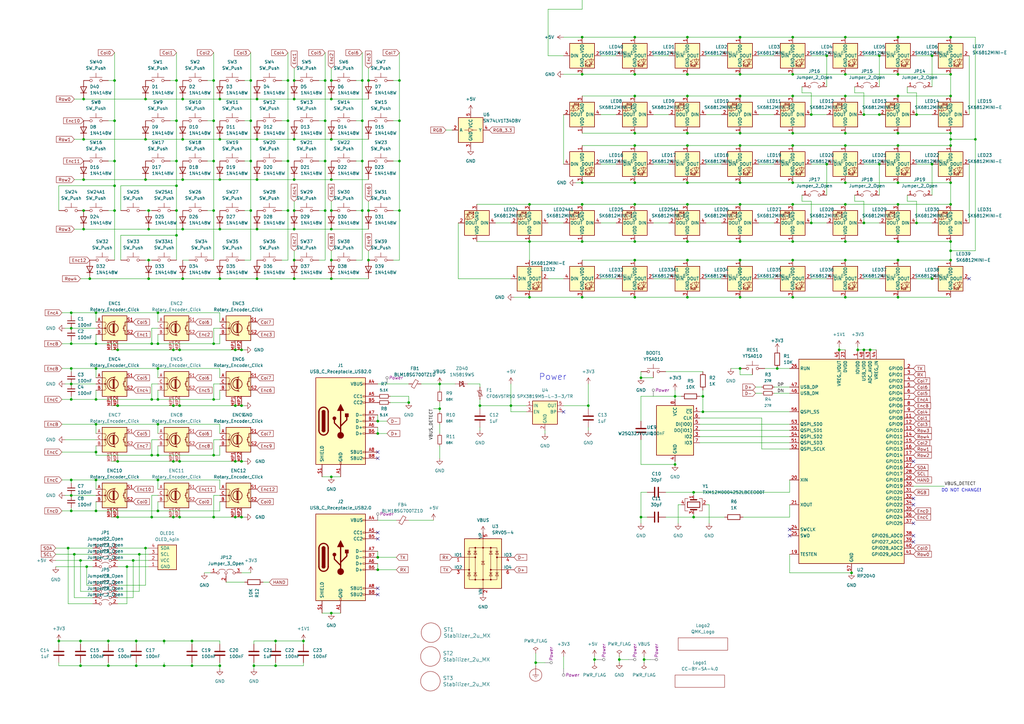
<source format=kicad_sch>
(kicad_sch (version 20230121) (generator eeschema)
  (paper "A3")
  (title_block (title "RefleXion - Ortho 65 Matrix") (date "2022-10-10") (rev "v1.0.0") (company "Tweety's Wild Thinking") (comment 1 "Design: Markus Knutsson <markus.knutsson@tweety.se>") (comment 2 "Concept: Pedro Quaresma <pq@live.ie>") (comment 3 "https://github.com/TweetyDaBird") (comment 4 "Licensed under Creative Commons BY-SA 4.0 International"))
  (junction (at 154.94 228.6))
  (junction (at 303.53 121.92))
  (junction (at 90.17 114.3))
  (junction (at 163.83 86.36))
  (junction (at 281.94 99.06))
  (junction (at 332.74 91.44))
  (junction (at 105.41 57.15))
  (junction (at 33.02 262.89))
  (junction (at 62.23 186.69))
  (junction (at 71.12 189.23))
  (junction (at 39.37 163.83))
  (junction (at 39.37 173.99))
  (junction (at 303.53 15.24))
  (junction (at 281.94 106.68))
  (junction (at 87.63 33.02))
  (junction (at 281.94 83.82))
  (junction (at 148.59 66.04))
  (junction (at 368.3 83.82))
  (junction (at 284.48 201.93))
  (junction (at 346.71 106.68))
  (junction (at 339.09 67.31))
  (junction (at 382.27 22.86))
  (junction (at 325.12 106.68))
  (junction (at 27.94 224.79))
  (junction (at 72.39 66.04))
  (junction (at 39.37 185.42))
  (junction (at 368.3 74.93))
  (junction (at 96.52 189.23))
  (junction (at 208.28 -3.81))
  (junction (at 64.77 128.27))
  (junction (at 260.35 74.93))
  (junction (at 99.06 189.23))
  (junction (at 368.3 59.69))
  (junction (at 151.13 86.36))
  (junction (at 281.94 15.24))
  (junction (at 46.99 49.53))
  (junction (at 167.64 165.1))
  (junction (at 346.71 83.82))
  (junction (at 33.02 273.05))
  (junction (at 217.17 83.82))
  (junction (at 135.89 73.66))
  (junction (at 303.53 59.69))
  (junction (at 64.77 163.83))
  (junction (at 55.88 273.05))
  (junction (at 46.99 33.02))
  (junction (at 185.42 -3.81))
  (junction (at 288.29 168.91))
  (junction (at 60.96 114.3))
  (junction (at 64.77 209.55))
  (junction (at 325.12 83.82))
  (junction (at 87.63 86.36))
  (junction (at 24.13 262.89))
  (junction (at 67.31 262.89))
  (junction (at 39.37 140.97))
  (junction (at 389.89 30.48))
  (junction (at 90.17 73.66))
  (junction (at 154.94 177.8))
  (junction (at 389.89 74.93))
  (junction (at 72.39 76.2))
  (junction (at 78.74 273.05))
  (junction (at 118.11 86.36))
  (junction (at 71.12 143.51))
  (junction (at 260.35 106.68))
  (junction (at 30.48 227.33))
  (junction (at 34.29 40.64))
  (junction (at 133.35 49.53))
  (junction (at 303.53 83.82))
  (junction (at 260.35 99.06))
  (junction (at 339.09 22.86))
  (junction (at 303.53 99.06))
  (junction (at 260.35 54.61))
  (junction (at 180.34 167.64))
  (junction (at 346.71 59.69))
  (junction (at 389.89 15.24))
  (junction (at 346.71 121.92))
  (junction (at 303.53 151.13))
  (junction (at 90.17 40.64))
  (junction (at 148.59 33.02))
  (junction (at 303.53 39.37))
  (junction (at 72.39 96.52))
  (junction (at 36.83 114.3))
  (junction (at 55.88 262.89))
  (junction (at 64.77 173.99))
  (junction (at 74.93 114.3))
  (junction (at 87.63 49.53))
  (junction (at 35.56 232.41))
  (junction (at 276.86 190.5))
  (junction (at 105.41 73.66))
  (junction (at 135.89 106.68))
  (junction (at 90.17 273.05))
  (junction (at 332.74 46.99))
  (junction (at 154.94 233.68))
  (junction (at 318.77 151.13))
  (junction (at 62.23 140.97))
  (junction (at 148.59 49.53))
  (junction (at 78.74 262.89))
  (junction (at 60.96 93.98))
  (junction (at 72.39 49.53))
  (junction (at 262.89 154.94))
  (junction (at 325.12 59.69))
  (junction (at 260.35 59.69))
  (junction (at 389.89 59.69))
  (junction (at 303.53 106.68))
  (junction (at 281.94 30.48))
  (junction (at 46.99 66.04))
  (junction (at 29.21 203.2))
  (junction (at 260.35 121.92))
  (junction (at 346.71 99.06))
  (junction (at 96.52 166.37))
  (junction (at 48.26 189.23))
  (junction (at 29.21 209.55))
  (junction (at 368.3 39.37))
  (junction (at 238.76 15.24))
  (junction (at 368.3 30.48))
  (junction (at 238.76 83.82))
  (junction (at 238.76 74.93))
  (junction (at 281.94 39.37))
  (junction (at 368.3 99.06))
  (junction (at 288.29 162.56))
  (junction (at 59.69 224.79))
  (junction (at 346.71 15.24))
  (junction (at 90.17 93.98))
  (junction (at 105.41 40.64))
  (junction (at 196.85 166.37))
  (junction (at 135.89 114.3))
  (junction (at 351.79 143.51))
  (junction (at 113.03 273.05))
  (junction (at 105.41 114.3))
  (junction (at 74.93 40.64))
  (junction (at 154.94 172.72))
  (junction (at 262.89 212.09))
  (junction (at 346.71 54.61))
  (junction (at 389.89 99.06))
  (junction (at 303.53 54.61))
  (junction (at 325.12 30.48))
  (junction (at 375.92 91.44))
  (junction (at 281.94 54.61))
  (junction (at 389.89 57.15))
  (junction (at 60.96 106.68))
  (junction (at 354.33 91.44))
  (junction (at 163.83 33.02))
  (junction (at 73.66 166.37))
  (junction (at 325.12 15.24))
  (junction (at 208.28 -19.05))
  (junction (at 135.89 57.15))
  (junction (at 356.87 143.51))
  (junction (at 120.65 86.36))
  (junction (at 346.71 30.48))
  (junction (at 135.89 195.58))
  (junction (at 74.93 73.66))
  (junction (at 96.52 143.51))
  (junction (at 96.52 212.09))
  (junction (at 90.17 57.15))
  (junction (at 238.76 99.06))
  (junction (at 39.37 128.27))
  (junction (at 59.69 40.64))
  (junction (at 52.07 232.41))
  (junction (at 217.17 99.06))
  (junction (at 54.61 229.87))
  (junction (at 64.77 196.85))
  (junction (at 48.26 166.37))
  (junction (at 102.87 66.04))
  (junction (at 209.55 166.37))
  (junction (at 133.35 33.02))
  (junction (at 62.23 163.83))
  (junction (at 360.68 67.31))
  (junction (at 135.89 40.64))
  (junction (at 46.99 86.36))
  (junction (at 44.45 262.89))
  (junction (at 48.26 143.51))
  (junction (at 99.06 143.51))
  (junction (at 241.3 166.37))
  (junction (at 39.37 209.55))
  (junction (at 59.69 57.15))
  (junction (at 284.48 212.09))
  (junction (at 368.3 54.61))
  (junction (at 34.29 86.36))
  (junction (at 44.45 273.05))
  (junction (at 29.21 157.48))
  (junction (at 217.17 121.92))
  (junction (at 389.89 83.82))
  (junction (at 29.21 151.13))
  (junction (at 276.86 162.56))
  (junction (at 389.89 106.68))
  (junction (at 60.96 86.36))
  (junction (at 120.65 40.64))
  (junction (at 382.27 114.3))
  (junction (at 71.12 212.09))
  (junction (at 382.27 67.31))
  (junction (at 29.21 140.97))
  (junction (at 135.89 86.36))
  (junction (at 344.17 143.51))
  (junction (at 303.53 30.48))
  (junction (at 74.93 93.98))
  (junction (at 354.33 143.51))
  (junction (at 105.41 93.98))
  (junction (at 34.29 93.98))
  (junction (at 354.33 46.99))
  (junction (at 368.3 106.68))
  (junction (at 219.71 271.78))
  (junction (at 238.76 30.48))
  (junction (at 72.39 86.36))
  (junction (at 260.35 15.24))
  (junction (at 29.21 128.27))
  (junction (at 74.93 57.15))
  (junction (at 238.76 121.92))
  (junction (at 368.3 15.24))
  (junction (at 87.63 163.83))
  (junction (at 254 270.51))
  (junction (at 87.63 66.04))
  (junction (at 281.94 59.69))
  (junction (at 46.99 76.2))
  (junction (at 346.71 74.93))
  (junction (at 349.25 234.95))
  (junction (at 64.77 186.69))
  (junction (at 118.11 66.04))
  (junction (at 39.37 151.13))
  (junction (at 281.94 121.92))
  (junction (at 360.68 22.86))
  (junction (at 87.63 212.09))
  (junction (at 151.13 33.02))
  (junction (at 29.21 163.83))
  (junction (at 185.42 -19.05))
  (junction (at 102.87 49.53))
  (junction (at 118.11 49.53))
  (junction (at 120.65 93.98))
  (junction (at 99.06 212.09))
  (junction (at 281.94 74.93))
  (junction (at 57.15 227.33))
  (junction (at 325.12 39.37))
  (junction (at 180.34 157.48))
  (junction (at 368.3 121.92))
  (junction (at 151.13 106.68))
  (junction (at 48.26 212.09))
  (junction (at 87.63 186.69))
  (junction (at 120.65 114.3))
  (junction (at 120.65 73.66))
  (junction (at 163.83 66.04))
  (junction (at 67.31 273.05))
  (junction (at 71.12 166.37))
  (junction (at 325.12 74.93))
  (junction (at 73.66 189.23))
  (junction (at 72.39 33.02))
  (junction (at 260.35 83.82))
  (junction (at 375.92 46.99))
  (junction (at 124.46 262.89))
  (junction (at 104.14 273.05))
  (junction (at 102.87 33.02))
  (junction (at 260.35 39.37))
  (junction (at 243.84 270.51))
  (junction (at 346.71 39.37))
  (junction (at 133.35 66.04))
  (junction (at 62.23 212.09))
  (junction (at 135.89 251.46))
  (junction (at 64.77 140.97))
  (junction (at 133.35 86.36))
  (junction (at 113.03 262.89))
  (junction (at 102.87 86.36))
  (junction (at 87.63 140.97))
  (junction (at 34.29 73.66))
  (junction (at 148.59 86.36))
  (junction (at 389.89 39.37))
  (junction (at 29.21 134.62))
  (junction (at 135.89 93.98))
  (junction (at 400.05 57.15))
  (junction (at 360.68 46.99))
  (junction (at 264.16 270.51))
  (junction (at 325.12 99.06))
  (junction (at 389.89 54.61))
  (junction (at 325.12 121.92))
  (junction (at 120.65 106.68))
  (junction (at 73.66 212.09))
  (junction (at 120.65 57.15))
  (junction (at 163.83 49.53))
  (junction (at 303.53 74.93))
  (junction (at 39.37 196.85))
  (junction (at 59.69 73.66))
  (junction (at 99.06 166.37))
  (junction (at 325.12 54.61))
  (junction (at 120.65 33.02))
  (junction (at 260.35 30.48))
  (junction (at 29.21 196.85))
  (junction (at 135.89 33.02))
  (junction (at 64.77 151.13))
  (junction (at 389.89 102.87))
  (junction (at 73.66 143.51))
  (junction (at 118.11 33.02))
  (junction (at 34.29 57.15))
  (junction (at 33.02 229.87))
  (no_connect (at 154.94 241.3))
  (no_connect (at 374.65 207.01))
  (no_connect (at 154.94 218.44))
  (no_connect (at 374.65 189.23))
  (no_connect (at 397.51 114.3))
  (no_connect (at 374.65 222.25))
  (no_connect (at 154.94 220.98))
  (no_connect (at 323.85 219.71))
  (no_connect (at 154.94 185.42))
  (no_connect (at 374.65 219.71))
  (no_connect (at 154.94 243.84))
  (no_connect (at 323.85 217.17))
  (no_connect (at 231.14 168.91))
  (no_connect (at 374.65 214.63))
  (no_connect (at 374.65 204.47))
  (no_connect (at 154.94 187.96))
  (wire (pts (xy 27.94 247.65) (xy 27.94 224.79)))
  (wire (pts (xy 62.23 203.2) (xy 62.23 212.09)))
  (wire (pts (xy 262.89 190.5) (xy 262.89 180.34)))
  (wire (pts (xy 311.15 91.44) (xy 317.5 91.44)))
  (wire (pts (xy 78.74 273.05) (xy 90.17 273.05)))
  (wire (pts (xy 72.39 86.36) (xy 72.39 96.52)))
  (wire (pts (xy 90.17 160.02) (xy 90.17 163.83)))
  (wire (pts (xy 73.66 143.51) (xy 96.52 143.51)))
  (wire (pts (xy 87.63 140.97) (xy 90.17 140.97)))
  (wire (pts (xy 90.17 93.98) (xy 105.41 93.98)))
  (wire (pts (xy 146.05 33.02) (xy 148.59 33.02)))
  (wire (pts (xy 90.17 40.64) (xy 105.41 40.64)))
  (wire (pts (xy 238.76 39.37) (xy 260.35 39.37)))
  (wire (pts (xy 90.17 271.78) (xy 90.17 273.05)))
  (wire (pts (xy 48.26 240.03) (xy 59.69 240.03)))
  (wire (pts (xy 368.3 99.06) (xy 389.89 99.06)))
  (wire (pts (xy 360.68 22.86) (xy 360.68 35.56)))
  (wire (pts (xy 64.77 173.99) (xy 90.17 173.99)))
  (wire (pts (xy 29.21 163.83) (xy 39.37 163.83)))
  (wire (pts (xy 57.15 242.57) (xy 48.26 242.57)))
  (wire (pts (xy 180.34 187.96) (xy 180.34 182.88)))
  (wire (pts (xy 267.97 91.44) (xy 274.32 91.44)))
  (wire (pts (xy 120.65 27.94) (xy 120.65 33.02)))
  (wire (pts (xy 64.77 151.13) (xy 90.17 151.13)))
  (wire (pts (xy 241.3 166.37) (xy 241.3 167.64)))
  (wire (pts (xy 368.3 39.37) (xy 389.89 39.37)))
  (wire (pts (xy 368.3 59.69) (xy 389.89 59.69)))
  (wire (pts (xy 64.77 196.85) (xy 39.37 196.85)))
  (wire (pts (xy 288.29 162.56) (xy 287.02 162.56)))
  (wire (pts (xy 33.02 264.16) (xy 33.02 262.89)))
  (wire (pts (xy 273.05 212.09) (xy 284.48 212.09)))
  (wire (pts (xy 30.48 73.66) (xy 34.29 73.66)))
  (wire (pts (xy 287.02 171.45) (xy 312.42 171.45)))
  (wire (pts (xy 262.89 190.5) (xy 276.86 190.5)))
  (wire (pts (xy 22.86 229.87) (xy 33.02 229.87)))
  (wire (pts (xy 185.42 -3.81) (xy 208.28 -3.81)))
  (wire (pts (xy 29.21 209.55) (xy 39.37 209.55)))
  (wire (pts (xy 46.99 21.59) (xy 46.99 33.02)))
  (wire (pts (xy 62.23 157.48) (xy 62.23 163.83)))
  (wire (pts (xy 104.14 262.89) (xy 113.03 262.89)))
  (wire (pts (xy 60.96 229.87) (xy 54.61 229.87)))
  (wire (pts (xy 287.02 173.99) (xy 323.85 173.99)))
  (wire (pts (xy 289.56 114.3) (xy 295.91 114.3)))
  (wire (pts (xy 29.21 196.85) (xy 29.21 198.12)))
  (wire (pts (xy 264.16 270.51) (xy 264.16 269.24)))
  (wire (pts (xy 64.77 160.02) (xy 64.77 163.83)))
  (wire (pts (xy 163.83 49.53) (xy 163.83 66.04)))
  (wire (pts (xy 161.29 33.02) (xy 163.83 33.02)))
  (wire (pts (xy 224.79 114.3) (xy 231.14 114.3)))
  (wire (pts (xy 260.35 74.93) (xy 281.94 74.93)))
  (wire (pts (xy 200.66 -11.43) (xy 193.04 -11.43)))
  (wire (pts (xy 87.63 49.53) (xy 87.63 66.04)))
  (wire (pts (xy 203.2 91.44) (xy 209.55 91.44)))
  (wire (pts (xy 238.76 3.81) (xy 224.79 3.81)))
  (wire (pts (xy 350.52 82.55) (xy 354.33 82.55)))
  (wire (pts (xy 49.53 86.36) (xy 49.53 76.2)))
  (wire (pts (xy 39.37 140.97) (xy 62.23 140.97)))
  (wire (pts (xy 154.94 231.14) (xy 154.94 233.68)))
  (wire (pts (xy 73.66 166.37) (xy 96.52 166.37)))
  (wire (pts (xy 243.84 269.24) (xy 243.84 270.51)))
  (wire (pts (xy 120.65 57.15) (xy 135.89 57.15)))
  (wire (pts (xy 332.74 22.86) (xy 339.09 22.86)))
  (wire (pts (xy 163.83 66.04) (xy 163.83 86.36)))
  (wire (pts (xy 372.11 38.1) (xy 375.92 38.1)))
  (wire (pts (xy 29.21 128.27) (xy 39.37 128.27)))
  (wire (pts (xy 290.83 207.01) (xy 290.83 214.63)))
  (wire (pts (xy 62.23 180.34) (xy 62.23 186.69)))
  (wire (pts (xy 289.56 207.01) (xy 290.83 207.01)))
  (wire (pts (xy 39.37 128.27) (xy 39.37 132.08)))
  (wire (pts (xy 60.96 227.33) (xy 57.15 227.33)))
  (wire (pts (xy 238.76 59.69) (xy 260.35 59.69)))
  (wire (pts (xy 87.63 66.04) (xy 87.63 86.36)))
  (wire (pts (xy 44.45 271.78) (xy 44.45 273.05)))
  (wire (pts (xy 62.23 140.97) (xy 64.77 140.97)))
  (wire (pts (xy 85.09 86.36) (xy 87.63 86.36)))
  (wire (pts (xy 254 270.51) (xy 257.81 270.51)))
  (wire (pts (xy 281.94 54.61) (xy 303.53 54.61)))
  (wire (pts (xy 29.21 163.83) (xy 29.21 162.56)))
  (wire (pts (xy 90.17 203.2) (xy 87.63 203.2)))
  (wire (pts (xy 243.84 270.51) (xy 243.84 271.78)))
  (wire (pts (xy 85.09 33.02) (xy 87.63 33.02)))
  (wire (pts (xy 113.03 273.05) (xy 124.46 273.05)))
  (wire (pts (xy 120.65 82.55) (xy 120.65 86.36)))
  (wire (pts (xy 148.59 66.04) (xy 148.59 86.36)))
  (wire (pts (xy 210.82 121.92) (xy 217.17 121.92)))
  (wire (pts (xy 303.53 83.82) (xy 325.12 83.82)))
  (wire (pts (xy 287.02 179.07) (xy 323.85 179.07)))
  (wire (pts (xy 64.77 128.27) (xy 90.17 128.27)))
  (wire (pts (xy 113.03 264.16) (xy 113.03 262.89)))
  (wire (pts (xy 49.53 96.52) (xy 72.39 96.52)))
  (wire (pts (xy 29.21 196.85) (xy 39.37 196.85)))
  (wire (pts (xy 25.4 128.27) (xy 29.21 128.27)))
  (wire (pts (xy 60.96 114.3) (xy 74.93 114.3)))
  (wire (pts (xy 382.27 67.31) (xy 382.27 80.01)))
  (wire (pts (xy 180.34 173.99) (xy 180.34 177.8)))
  (wire (pts (xy 328.93 35.56) (xy 328.93 38.1)))
  (wire (pts (xy 180.34 -19.05) (xy 185.42 -19.05)))
  (wire (pts (xy 64.77 140.97) (xy 87.63 140.97)))
  (wire (pts (xy 74.93 106.68) (xy 77.47 106.68)))
  (wire (pts (xy 303.53 15.24) (xy 325.12 15.24)))
  (wire (pts (xy 163.83 33.02) (xy 163.83 49.53)))
  (wire (pts (xy 236.22 74.93) (xy 238.76 74.93)))
  (wire (pts (xy 209.55 168.91) (xy 209.55 166.37)))
  (wire (pts (xy 344.17 142.24) (xy 344.17 143.51)))
  (wire (pts (xy 246.38 91.44) (xy 252.73 91.44)))
  (wire (pts (xy 161.29 49.53) (xy 163.83 49.53)))
  (wire (pts (xy 231.14 30.48) (xy 238.76 30.48)))
  (wire (pts (xy 33.02 271.78) (xy 33.02 273.05)))
  (wire (pts (xy 69.85 49.53) (xy 72.39 49.53)))
  (wire (pts (xy 59.69 224.79) (xy 60.96 224.79)))
  (wire (pts (xy 52.07 232.41) (xy 52.07 247.65)))
  (wire (pts (xy 29.21 157.48) (xy 39.37 157.48)))
  (wire (pts (xy 339.09 67.31) (xy 339.09 80.01)))
  (wire (pts (xy 90.17 264.16) (xy 90.17 262.89)))
  (wire (pts (xy 87.63 186.69) (xy 90.17 186.69)))
  (wire (pts (xy 264.16 271.78) (xy 264.16 270.51)))
  (wire (pts (xy 154.94 157.48) (xy 167.64 157.48)))
  (wire (pts (xy 39.37 163.83) (xy 62.23 163.83)))
  (wire (pts (xy 39.37 205.74) (xy 39.37 209.55)))
  (wire (pts (xy 135.89 73.66) (xy 151.13 73.66)))
  (wire (pts (xy 215.9 168.91) (xy 209.55 168.91)))
  (wire (pts (xy 154.94 228.6) (xy 162.56 228.6)))
  (wire (pts (xy 219.71 271.78) (xy 219.71 273.05)))
  (wire (pts (xy 74.93 114.3) (xy 90.17 114.3)))
  (wire (pts (xy 33.02 114.3) (xy 36.83 114.3)))
  (wire (pts (xy 90.17 173.99) (xy 90.17 177.8)))
  (wire (pts (xy 100.33 189.23) (xy 99.06 189.23)))
  (wire (pts (xy 90.17 137.16) (xy 90.17 140.97)))
  (wire (pts (xy 400.05 15.24) (xy 400.05 57.15)))
  (wire (pts (xy 100.33 86.36) (xy 102.87 86.36)))
  (wire (pts (xy 163.83 86.36) (xy 161.29 86.36)))
  (wire (pts (xy 278.13 207.01) (xy 278.13 214.63)))
  (wire (pts (xy 104.14 271.78) (xy 104.14 273.05)))
  (wire (pts (xy 246.38 46.99) (xy 252.73 46.99)))
  (wire (pts (xy 38.1 245.11) (xy 30.48 245.11)))
  (wire (pts (xy 325.12 121.92) (xy 346.71 121.92)))
  (wire (pts (xy 29.21 140.97) (xy 29.21 139.7)))
  (wire (pts (xy 87.63 134.62) (xy 87.63 140.97)))
  (wire (pts (xy 130.81 86.36) (xy 133.35 86.36)))
  (wire (pts (xy 135.89 82.55) (xy 135.89 86.36)))
  (wire (pts (xy 102.87 86.36) (xy 102.87 106.68)))
  (wire (pts (xy 262.89 154.94) (xy 262.89 152.4)))
  (wire (pts (xy 90.17 157.48) (xy 87.63 157.48)))
  (wire (pts (xy 73.66 189.23) (xy 96.52 189.23)))
  (wire (pts (xy 102.87 33.02) (xy 102.87 49.53)))
  (wire (pts (xy 208.28 -19.05) (xy 231.14 -19.05)))
  (wire (pts (xy 90.17 180.34) (xy 87.63 180.34)))
  (wire (pts (xy 354.33 38.1) (xy 354.33 46.99)))
  (wire (pts (xy 317.5 161.29) (xy 323.85 161.29)))
  (wire (pts (xy 238.76 121.92) (xy 260.35 121.92)))
  (wire (pts (xy 90.17 205.74) (xy 90.17 209.55)))
  (wire (pts (xy 33.02 242.57) (xy 33.02 229.87)))
  (wire (pts (xy 59.69 40.64) (xy 74.93 40.64)))
  (wire (pts (xy 375.92 114.3) (xy 382.27 114.3)))
  (wire (pts (xy 360.68 46.99) (xy 363.22 46.99)))
  (wire (pts (xy 87.63 163.83) (xy 90.17 163.83)))
  (wire (pts (xy 382.27 114.3) (xy 384.81 114.3)))
  (wire (pts (xy 332.74 38.1) (xy 332.74 46.99)))
  (wire (pts (xy 87.63 157.48) (xy 87.63 163.83)))
  (wire (pts (xy 29.21 203.2) (xy 39.37 203.2)))
  (wire (pts (xy 287.02 181.61) (xy 323.85 181.61)))
  (wire (pts (xy 46.99 86.36) (xy 46.99 106.68)))
  (wire (pts (xy 284.48 203.2) (xy 284.48 201.93)))
  (wire (pts (xy 30.48 93.98) (xy 34.29 93.98)))
  (wire (pts (xy 39.37 182.88) (xy 39.37 185.42)))
  (wire (pts (xy 45.72 212.09) (xy 48.26 212.09)))
  (wire (pts (xy 44.45 49.53) (xy 46.99 49.53)))
  (wire (pts (xy 209.55 157.48) (xy 209.55 166.37)))
  (wire (pts (xy 163.83 86.36) (xy 163.83 106.68)))
  (wire (pts (xy 30.48 57.15) (xy 34.29 57.15)))
  (wire (pts (xy 389.89 102.87) (xy 389.89 106.68)))
  (wire (pts (xy 83.82 234.95) (xy 86.36 234.95)))
  (wire (pts (xy 87.63 212.09) (xy 96.52 212.09)))
  (wire (pts (xy 67.31 262.89) (xy 78.74 262.89)))
  (wire (pts (xy 130.81 106.68) (xy 133.35 106.68)))
  (wire (pts (xy 238.76 74.93) (xy 260.35 74.93)))
  (wire (pts (xy 90.17 151.13) (xy 90.17 154.94)))
  (wire (pts (xy 135.89 93.98) (xy 151.13 93.98)))
  (wire (pts (xy 160.02 165.1) (xy 167.64 165.1)))
  (wire (pts (xy 303.53 151.13) (xy 299.72 151.13)))
  (wire (pts (xy 288.29 162.56) (xy 288.29 168.91)))
  (wire (pts (xy 323.85 212.09) (xy 323.85 207.01)))
  (wire (pts (xy 368.3 15.24) (xy 389.89 15.24)))
  (wire (pts (xy 346.71 15.24) (xy 368.3 15.24)))
  (wire (pts (xy 30.48 227.33) (xy 38.1 227.33)))
  (wire (pts (xy 354.33 143.51) (xy 351.79 143.51)))
  (wire (pts (xy 57.15 227.33) (xy 48.26 227.33)))
  (wire (pts (xy 287.02 176.53) (xy 323.85 176.53)))
  (wire (pts (xy 151.13 27.94) (xy 151.13 33.02)))
  (wire (pts (xy 281.94 121.92) (xy 303.53 121.92)))
  (wire (pts (xy 325.12 15.24) (xy 346.71 15.24)))
  (wire (pts (xy 375.92 91.44) (xy 382.27 91.44)))
  (wire (pts (xy 22.86 227.33) (xy 30.48 227.33)))
  (wire (pts (xy 78.74 262.89) (xy 90.17 262.89)))
  (wire (pts (xy 135.89 102.87) (xy 135.89 106.68)))
  (wire (pts (xy 118.11 21.59) (xy 118.11 33.02)))
  (wire (pts (xy 289.56 22.86) (xy 295.91 22.86)))
  (wire (pts (xy 100.33 143.51) (xy 99.06 143.51)))
  (wire (pts (xy 148.59 49.53) (xy 148.59 66.04)))
  (wire (pts (xy 26.67 180.34) (xy 39.37 180.34)))
  (wire (pts (xy 154.94 226.06) (xy 154.94 228.6)))
  (wire (pts (xy 375.92 46.99) (xy 382.27 46.99)))
  (wire (pts (xy 27.94 224.79) (xy 22.86 224.79)))
  (wire (pts (xy 260.35 15.24) (xy 281.94 15.24)))
  (wire (pts (xy 279.4 162.56) (xy 276.86 162.56)))
  (wire (pts (xy 46.99 33.02) (xy 46.99 49.53)))
  (wire (pts (xy 154.94 170.18) (xy 154.94 172.72)))
  (wire (pts (xy 284.48 210.82) (xy 284.48 212.09)))
  (wire (pts (xy 368.3 54.61) (xy 389.89 54.61)))
  (wire (pts (xy 311.15 114.3) (xy 317.5 114.3)))
  (wire (pts (xy 100.33 66.04) (xy 102.87 66.04)))
  (wire (pts (xy 350.52 80.01) (xy 350.52 82.55)))
  (wire (pts (xy 87.63 203.2) (xy 87.63 212.09)))
  (wire (pts (xy 130.81 66.04) (xy 133.35 66.04)))
  (wire (pts (xy 281.94 106.68) (xy 303.53 106.68)))
  (wire (pts (xy 303.53 59.69) (xy 325.12 59.69)))
  (wire (pts (xy 45.72 189.23) (xy 48.26 189.23)))
  (wire (pts (xy 60.96 106.68) (xy 62.23 106.68)))
  (wire (pts (xy 397.51 22.86) (xy 397.51 46.99)))
  (wire (pts (xy 288.29 168.91) (xy 287.02 168.91)))
  (wire (pts (xy 339.09 91.44) (xy 332.74 91.44)))
  (wire (pts (xy 328.93 80.01) (xy 328.93 82.55)))
  (wire (pts (xy 104.14 273.05) (xy 104.14 274.32)))
  (wire (pts (xy 354.33 114.3) (xy 360.68 114.3)))
  (wire (pts (xy 105.41 114.3) (xy 120.65 114.3)))
  (wire (pts (xy 368.3 74.93) (xy 389.89 74.93)))
  (wire (pts (xy 180.34 167.64) (xy 180.34 165.1)))
  (wire (pts (xy 78.74 271.78) (xy 78.74 273.05)))
  (wire (pts (xy 281.94 74.93) (xy 303.53 74.93)))
  (wire (pts (xy 27.94 224.79) (xy 38.1 224.79)))
  (wire (pts (xy 185.42 -19.05) (xy 208.28 -19.05)))
  (wire (pts (xy 323.85 201.93) (xy 323.85 196.85)))
  (wire (pts (xy 39.37 137.16) (xy 39.37 140.97)))
  (wire (pts (xy 260.35 83.82) (xy 281.94 83.82)))
  (wire (pts (xy 102.87 49.53) (xy 102.87 66.04)))
  (wire (pts (xy 96.52 189.23) (xy 99.06 189.23)))
  (wire (pts (xy 312.42 184.15) (xy 323.85 184.15)))
  (wire (pts (xy 74.93 73.66) (xy 90.17 73.66)))
  (wire (pts (xy 323.85 234.95) (xy 323.85 227.33)))
  (wire (pts (xy 25.4 151.13) (xy 29.21 151.13)))
  (wire (pts (xy 196.85 167.64) (xy 196.85 166.37)))
  (wire (pts (xy 146.05 49.53) (xy 148.59 49.53)))
  (wire (pts (xy 208.28 -3.81) (xy 231.14 -3.81)))
  (wire (pts (xy 120.65 114.3) (xy 135.89 114.3)))
  (wire (pts (xy 238.76 83.82) (xy 260.35 83.82)))
  (wire (pts (xy 303.53 30.48) (xy 325.12 30.48)))
  (wire (pts (xy 350.52 35.56) (xy 350.52 38.1)))
  (wire (pts (xy 246.38 22.86) (xy 252.73 22.86)))
  (wire (pts (xy 133.35 21.59) (xy 133.35 33.02)))
  (wire (pts (xy 59.69 73.66) (xy 74.93 73.66)))
  (wire (pts (xy 64.77 209.55) (xy 39.37 209.55)))
  (wire (pts (xy 118.11 49.53) (xy 118.11 66.04)))
  (wire (pts (xy 354.33 67.31) (xy 360.68 67.31)))
  (wire (pts (xy 90.17 73.66) (xy 105.41 73.66)))
  (wire (pts (xy 360.68 91.44) (xy 354.33 91.44)))
  (wire (pts (xy 267.97 154.94) (xy 262.89 154.94)))
  (wire (pts (xy 99.06 166.37) (xy 100.33 166.37)))
  (wire (pts (xy 135.89 27.94) (xy 135.89 33.02)))
  (wire (pts (xy 67.31 271.78) (xy 67.31 273.05)))
  (wire (pts (xy 289.56 46.99) (xy 295.91 46.99)))
  (wire (pts (xy 397.51 67.31) (xy 397.51 91.44)))
  (wire (pts (xy 354.33 46.99) (xy 360.68 46.99)))
  (wire (pts (xy 99.06 234.95) (xy 102.87 234.95)))
  (wire (pts (xy 262.89 172.72) (xy 262.89 162.56)))
  (wire (pts (xy 55.88 264.16) (xy 55.88 262.89)))
  (wire (pts (xy 46.99 76.2) (xy 46.99 86.36)))
  (wire (pts (xy 48.26 232.41) (xy 52.07 232.41)))
  (wire (pts (xy 62.23 212.09) (xy 71.12 212.09)))
  (wire (pts (xy 62.23 86.36) (xy 60.96 86.36)))
  (wire (pts (xy 246.38 114.3) (xy 252.73 114.3)))
  (wire (pts (xy 332.74 67.31) (xy 339.09 67.31)))
  (wire (pts (xy 311.15 67.31) (xy 317.5 67.31)))
  (wire (pts (xy 400.05 102.87) (xy 389.89 102.87)))
  (wire (pts (xy 130.81 33.02) (xy 133.35 33.02)))
  (wire (pts (xy 39.37 160.02) (xy 39.37 163.83)))
  (wire (pts (xy 90.17 196.85) (xy 90.17 200.66)))
  (wire (pts (xy 148.59 86.36) (xy 146.05 86.36)))
  (wire (pts (xy 85.09 66.04) (xy 87.63 66.04)))
  (wire (pts (xy 264.16 270.51) (xy 266.7 270.51)))
  (wire (pts (xy 135.89 195.58) (xy 132.08 195.58)))
  (wire (pts (xy 260.35 59.69) (xy 281.94 59.69)))
  (wire (pts (xy 167.64 162.56) (xy 167.64 165.1)))
  (wire (pts (xy 289.56 91.44) (xy 295.91 91.44)))
  (wire (pts (xy 154.94 175.26) (xy 154.94 177.8)))
  (wire (pts (xy 223.52 176.53) (xy 223.52 177.8)))
  (wire (pts (xy 64.77 163.83) (xy 87.63 163.83)))
  (wire (pts (xy 346.71 54.61) (xy 368.3 54.61)))
  (wire (pts (xy 344.17 143.51) (xy 346.71 143.51)))
  (wire (pts (xy 24.13 262.89) (xy 33.02 262.89)))
  (wire (pts (xy 167.64 213.36) (xy 177.8 213.36)))
  (wire (pts (xy 48.26 166.37) (xy 71.12 166.37)))
  (wire (pts (xy 48.26 245.11) (xy 54.61 245.11)))
  (wire (pts (xy 273.05 201.93) (xy 284.48 201.93)))
  (wire (pts (xy 124.46 262.89) (xy 124.46 264.16)))
  (wire (pts (xy 351.79 142.24) (xy 351.79 143.51)))
  (wire (pts (xy 267.97 114.3) (xy 274.32 114.3)))
  (wire (pts (xy 223.52 -11.43) (xy 215.9 -11.43)))
  (wire (pts (xy 154.94 213.36) (xy 162.56 213.36)))
  (wire (pts (xy 29.21 134.62) (xy 39.37 134.62)))
  (wire (pts (xy 59.69 57.15) (xy 74.93 57.15)))
  (wire (pts (xy 267.97 46.99) (xy 274.32 46.99)))
  (wire (pts (xy 284.48 212.09) (xy 297.18 212.09)))
  (wire (pts (xy 389.89 15.24) (xy 400.05 15.24)))
  (wire (pts (xy 36.83 114.3) (xy 60.96 114.3)))
  (wire (pts (xy 71.12 212.09) (xy 73.66 212.09)))
  (wire (pts (xy 180.34 160.02) (xy 180.34 157.48)))
  (wire (pts (xy 62.23 186.69) (xy 64.77 186.69)))
  (wire (pts (xy 35.56 240.03) (xy 35.56 232.41)))
  (wire (pts (xy 64.77 182.88) (xy 64.77 186.69)))
  (wire (pts (xy 260.35 30.48) (xy 281.94 30.48)))
  (wire (pts (xy 243.84 270.51) (xy 245.11 270.51)))
  (wire (pts (xy 350.52 38.1) (xy 354.33 38.1)))
  (wire (pts (xy 135.89 40.64) (xy 151.13 40.64)))
  (wire (pts (xy 71.12 143.51) (xy 73.66 143.51)))
  (wire (pts (xy 265.43 212.09) (xy 262.89 212.09)))
  (wire (pts (xy 39.37 128.27) (xy 64.77 128.27)))
  (wire (pts (xy 303.53 74.93) (xy 325.12 74.93)))
  (wire (pts (xy 180.34 168.91) (xy 180.34 167.64)))
  (wire (pts (xy 52.07 232.41) (xy 60.96 232.41)))
  (wire (pts (xy 90.17 134.62) (xy 87.63 134.62)))
  (wire (pts (xy 389.89 74.93) (xy 389.89 83.82)))
  (wire (pts (xy 64.77 180.34) (xy 62.23 180.34)))
  (wire (pts (xy 260.35 99.06) (xy 281.94 99.06)))
  (wire (pts (xy 25.4 140.97) (xy 29.21 140.97)))
  (wire (pts (xy 54.61 229.87) (xy 48.26 229.87)))
  (wire (pts (xy 195.58 83.82) (xy 217.17 83.82)))
  (wire (pts (xy 372.11 80.01) (xy 372.11 82.55)))
  (wire (pts (xy 151.13 102.87) (xy 151.13 106.68)))
  (wire (pts (xy 339.09 22.86) (xy 339.09 35.56)))
  (wire (pts (xy 133.35 66.04) (xy 133.35 86.36)))
  (wire (pts (xy 135.89 57.15) (xy 151.13 57.15)))
  (wire (pts (xy 99.06 212.09) (xy 100.33 212.09)))
  (wire (pts (xy 162.56 233.68) (xy 154.94 233.68)))
  (wire (pts (xy 39.37 185.42) (xy 39.37 186.69)))
  (wire (pts (xy 254 270.51) (xy 254 271.78)))
  (wire (pts (xy 87.63 21.59) (xy 87.63 33.02)))
  (wire (pts (xy 45.72 166.37) (xy 48.26 166.37)))
  (wire (pts (xy 87.63 33.02) (xy 87.63 49.53)))
  (wire (pts (xy 267.97 67.31) (xy 274.32 67.31)))
  (wire (pts (xy 262.89 162.56) (xy 276.86 162.56)))
  (wire (pts (xy 72.39 49.53) (xy 72.39 66.04)))
  (wire (pts (xy 231.14 166.37) (xy 241.3 166.37)))
  (wire (pts (xy 349.25 234.95) (xy 323.85 234.95)))
  (wire (pts (xy 113.03 271.78) (xy 113.03 273.05)))
  (wire (pts (xy 90.17 128.27) (xy 90.17 132.08)))
  (wire (pts (xy 219.71 267.97) (xy 219.71 271.78)))
  (wire (pts (xy 24.13 76.2) (xy 46.99 76.2)))
  (wire (pts (xy 231.14 269.24) (xy 231.14 274.32)))
  (wire (pts (xy 74.93 57.15) (xy 90.17 57.15)))
  (wire (pts (xy 120.65 102.87) (xy 120.65 106.68)))
  (wire (pts (xy 163.83 106.68) (xy 161.29 106.68)))
  (wire (pts (xy 96.52 166.37) (xy 99.06 166.37)))
  (wire (pts (xy 64.77 134.62) (xy 62.23 134.62)))
  (wire (pts (xy 276.86 160.02) (xy 276.86 162.56)))
  (wire (pts (xy 85.09 49.53) (xy 87.63 49.53)))
  (wire (pts (xy 59.69 106.68) (xy 60.96 106.68)))
  (wire (pts (xy 325.12 83.82) (xy 346.71 83.82)))
  (wire (pts (xy 29.21 140.97) (xy 39.37 140.97)))
  (wire (pts (xy 62.23 163.83) (xy 64.77 163.83)))
  (wire (pts (xy 90.17 196.85) (xy 64.77 196.85)))
  (wire (pts (xy 368.3 30.48) (xy 389.89 30.48)))
  (wire (pts (xy 135.89 251.46) (xy 139.7 251.46)))
  (wire (pts (xy 276.86 162.56) (xy 276.86 163.83)))
  (wire (pts (xy 241.3 157.48) (xy 241.3 166.37)))
  (wire (pts (xy 135.89 114.3) (xy 151.13 114.3)))
  (wire (pts (xy 105.41 73.66) (xy 120.65 73.66)))
  (wire (pts (xy 217.17 83.82) (xy 238.76 83.82)))
  (wire (pts (xy 44.45 33.02) (xy 46.99 33.02)))
  (wire (pts (xy 163.83 21.59) (xy 163.83 33.02)))
  (wire (pts (xy 29.21 128.27) (xy 29.21 129.54)))
  (wire (pts (xy 24.13 262.89) (xy 24.13 264.16)))
  (wire (pts (xy 25.4 209.55) (xy 29.21 209.55)))
  (wire (pts (xy 217.17 121.92) (xy 238.76 121.92)))
  (wire (pts (xy 115.57 49.53) (xy 118.11 49.53)))
  (wire (pts (xy 346.71 59.69) (xy 368.3 59.69)))
  (wire (pts (xy 375.92 22.86) (xy 382.27 22.86)))
  (wire (pts (xy 34.29 57.15) (xy 59.69 57.15)))
  (wire (pts (xy 100.33 49.53) (xy 102.87 49.53)))
  (wire (pts (xy 69.85 66.04) (xy 72.39 66.04)))
  (wire (pts (xy 72.39 33.02) (xy 72.39 49.53)))
  (wire (pts (xy 332.74 82.55) (xy 332.74 91.44)))
  (wire (pts (xy 48.26 247.65) (xy 52.07 247.65)))
  (wire (pts (xy 325.12 99.06) (xy 346.71 99.06)))
  (wire (pts (xy 346.71 83.82) (xy 368.3 83.82)))
  (wire (pts (xy 238.76 -11.43) (xy 238.76 3.81)))
  (wire (pts (xy 44.45 273.05) (xy 33.02 273.05)))
  (wire (pts (xy 154.94 172.72) (xy 158.75 172.72)))
  (wire (pts (xy 55.88 273.05) (xy 44.45 273.05)))
  (wire (pts (xy 35.56 232.41) (xy 38.1 232.41)))
  (wire (pts (xy 148.59 106.68) (xy 146.05 106.68)))
  (wire (pts (xy 39.37 196.85) (xy 39.37 200.66)))
  (wire (pts (xy 30.48 245.11) (xy 30.48 227.33)))
  (wire (pts (xy 90.17 182.88) (xy 90.17 186.69)))
  (wire (pts (xy 368.3 83.82) (xy 389.89 83.82)))
  (wire (pts (xy 304.8 212.09) (xy 323.85 212.09)))
  (wire (pts (xy 54.61 229.87) (xy 54.61 245.11)))
  (wire (pts (xy 100.33 33.02) (xy 102.87 33.02)))
  (wire (pts (xy 49.53 106.68) (xy 49.53 96.52)))
  (wire (pts (xy 25.4 185.42) (xy 39.37 185.42)))
  (wire (pts (xy 59.69 240.03) (xy 59.69 224.79)))
  (wire (pts (xy 102.87 66.04) (xy 102.87 86.36)))
  (wire (pts (xy 74.93 93.98) (xy 90.17 93.98)))
  (wire (pts (xy 325.12 30.48) (xy 346.71 30.48)))
  (wire (pts (xy 196.85 175.26) (xy 196.85 176.53)))
  (wire (pts (xy 29.21 209.55) (xy 29.21 208.28)))
  (wire (pts (xy 39.37 186.69) (xy 62.23 186.69)))
  (wire (pts (xy 288.29 160.02) (xy 288.29 162.56)))
  (wire (pts (xy 284.48 201.93) (xy 323.85 201.93)))
  (wire (pts (xy 115.57 86.36) (xy 118.11 86.36)))
  (wire (pts (xy 78.74 264.16) (xy 78.74 262.89)))
  (wire (pts (xy 303.53 153.67) (xy 303.53 151.13)))
  (wire (pts (xy 29.21 151.13) (xy 39.37 151.13)))
  (wire (pts (xy 24.13 86.36) (xy 24.13 76.2)))
  (wire (pts (xy 151.13 82.55) (xy 151.13 86.36)))
  (wire (pts (xy 25.4 196.85) (xy 29.21 196.85)))
  (wire (pts (xy 260.35 121.92) (xy 281.94 121.92)))
  (wire (pts (xy 325.12 54.61) (xy 346.71 54.61)))
  (wire (pts (xy 44.45 262.89) (xy 55.88 262.89)))
  (wire (pts (xy 78.74 273.05) (xy 67.31 273.05)))
  (wire (pts (xy 39.37 151.13) (xy 64.77 151.13)))
  (wire (pts (xy 303.53 106.68) (xy 303.53 113.03)))
  (wire (pts (xy 182.88 53.34) (xy 185.42 53.34)))
  (wire (pts (xy 238.76 99.06) (xy 260.35 99.06)))
  (wire (pts (xy 124.46 273.05) (xy 124.46 271.78)))
  (wire (pts (xy 328.93 82.55) (xy 332.74 82.55)))
  (wire (pts (xy 346.71 30.48) (xy 368.3 30.48)))
  (wire (pts (xy 191.77 157.48) (xy 196.85 157.48)))
  (wire (pts (xy 38.1 229.87) (xy 33.02 229.87)))
  (wire (pts (xy 62.23 134.62) (xy 62.23 140.97)))
  (wire (pts (xy 74.93 40.64) (xy 90.17 40.64)))
  (wire (pts (xy 60.96 86.36) (xy 59.69 86.36)))
  (wire (pts (xy 48.26 143.51) (xy 71.12 143.51)))
  (wire (pts (xy 311.15 46.99) (xy 317.5 46.99)))
  (wire (pts (xy 44.45 86.36) (xy 46.99 86.36)))
  (wire (pts (xy 265.43 201.93) (xy 262.89 201.93)))
  (wire (pts (xy 375.92 67.31) (xy 382.27 67.31)))
  (wire (pts (xy 238.76 54.61) (xy 260.35 54.61)))
  (wire (pts (xy 38.1 242.57) (xy 33.02 242.57)))
  (wire (pts (xy 231.14 15.24) (xy 238.76 15.24)))
  (wire (pts (xy 359.41 143.51) (xy 356.87 143.51)))
  (wire (pts (xy 375.92 38.1) (xy 375.92 46.99)))
  (wire (pts (xy 57.15 227.33) (xy 57.15 242.57)))
  (wire (pts (xy 71.12 166.37) (xy 73.66 166.37)))
  (wire (pts (xy 45.72 143.51) (xy 48.26 143.51)))
  (wire (pts (xy 389.89 54.61) (xy 389.89 57.15)))
  (wire (pts (xy 389.89 30.48) (xy 389.89 39.37)))
  (wire (pts (xy 262.89 201.93) (xy 262.89 212.09)))
  (wire (pts (xy 133.35 49.53) (xy 133.35 66.04)))
  (wire (pts (xy 281.94 30.48) (xy 303.53 30.48)))
  (wire (pts (xy 160.02 162.56) (xy 167.64 162.56)))
  (wire (pts (xy 25.4 173.99) (xy 39.37 173.99)))
  (wire (pts (xy 96.52 143.51) (xy 99.06 143.51)))
  (wire (pts (xy 46.99 66.04) (xy 46.99 76.2)))
  (wire (pts (xy 60.96 93.98) (xy 74.93 93.98)))
  (wire (pts (xy 325.12 39.37) (xy 346.71 39.37)))
  (wire (pts (xy 400.05 57.15) (xy 389.89 57.15)))
  (wire (pts (xy 179.07 -3.81) (xy 185.42 -3.81)))
  (wire (pts (xy 24.13 273.05) (xy 33.02 273.05)))
  (wire (pts (xy 260.35 39.37) (xy 281.94 39.37)))
  (wire (pts (xy 55.88 271.78) (xy 55.88 273.05)))
  (wire (pts (xy 87.63 180.34) (xy 87.63 186.69)))
  (wire (pts (xy 146.05 66.04) (xy 148.59 66.04)))
  (wire (pts (xy 368.3 121.92) (xy 389.89 121.92)))
  (wire (pts (xy 196.85 163.83) (xy 196.85 166.37)))
  (wire (pts (xy 115.57 106.68) (xy 118.11 106.68)))
  (wire (pts (xy 34.29 40.64) (xy 59.69 40.64)))
  (wire (pts (xy 115.57 66.04) (xy 118.11 66.04)))
  (wire (pts (xy 72.39 21.59) (xy 72.39 33.02)))
  (wire (pts (xy 38.1 247.65) (xy 27.94 247.65)))
  (wire (pts (xy 260.35 106.68) (xy 281.94 106.68)))
  (wire (pts (xy 105.41 40.64) (xy 120.65 40.64)))
  (wire (pts (xy 262.89 212.09) (xy 262.89 214.63)))
  (wire (pts (xy 360.68 67.31) (xy 360.68 80.01)))
  (wire (pts (xy 64.77 196.85) (xy 64.77 200.66)))
  (wire (pts (xy 73.66 212.09) (xy 87.63 212.09)))
  (wire (pts (xy 44.45 264.16) (xy 44.45 262.89)))
  (wire (pts (xy 64.77 151.13) (xy 64.77 154.94)))
  (wire (pts (xy 389.89 99.06) (xy 389.89 102.87)))
  (wire (pts (xy 387.35 199.39) (xy 374.65 199.39)))
  (wire (pts (xy 64.77 173.99) (xy 64.77 177.8)))
  (wire (pts (xy 332.74 46.99) (xy 339.09 46.99)))
  (wire (pts (xy 22.86 232.41) (xy 35.56 232.41)))
  (wire (pts (xy 372.11 82.55) (xy 375.92 82.55)))
  (wire (pts (xy 90.17 209.55) (xy 64.77 209.55)))
  (wire (pts (xy 133.35 86.36) (xy 133.35 106.68)))
  (wire (pts (xy 288.29 168.91) (xy 323.85 168.91)))
  (wire (pts (xy 72.39 96.52) (xy 72.39 106.68)))
  (wire (pts (xy 26.67 157.48) (xy 29.21 157.48)))
  (wire (pts (xy 48.26 212.09) (xy 62.23 212.09)))
  (wire (pts (xy 105.41 93.98) (xy 120.65 93.98)))
  (wire (pts (xy 267.97 22.86) (xy 274.32 22.86)))
  (wire (pts (xy 172.72 157.48) (xy 180.34 157.48)))
  (wire (pts (xy 25.4 163.83) (xy 29.21 163.83)))
  (wire (pts (xy 289.56 67.31) (xy 295.91 67.31)))
  (wire (pts (xy 209.55 166.37) (xy 215.9 166.37)))
  (wire (pts (xy 196.85 158.75) (xy 196.85 157.48)))
  (wire (pts (xy 148.59 86.36) (xy 148.59 106.68)))
  (wire (pts (xy 238.76 15.24) (xy 260.35 15.24)))
  (wire (pts (xy 224.79 22.86) (xy 231.14 22.86)))
  (wire (pts (xy 64.77 128.27) (xy 64.77 132.08)))
  (wire (pts (xy 325.12 59.69) (xy 346.71 59.69)))
  (wire (pts (xy 231.14 46.99) (xy 231.14 67.31)))
  (wire (pts (xy 303.53 54.61) (xy 325.12 54.61)))
  (wire (pts (xy 187.96 91.44) (xy 187.96 114.3)))
  (wire (pts (xy 260.35 54.61) (xy 281.94 54.61)))
  (wire (pts (xy 118.11 66.04) (xy 118.11 86.36)))
  (wire (pts (xy 133.35 33.02) (xy 133.35 49.53)))
  (wire (pts (xy 130.81 49.53) (xy 133.35 49.53)))
  (wire (pts (xy 281.94 15.24) (xy 303.53 15.24)))
  (wire (pts (xy 90.17 273.05) (xy 90.17 274.32)))
  (wire (pts (xy 312.42 171.45) (xy 312.42 184.15)))
  (wire (pts (xy 238.76 99.06) (xy 217.17 99.06)))
  (wire (pts (xy 238.76 30.48) (xy 260.35 30.48)))
  (wire (pts (xy 241.3 175.26) (xy 241.3 176.53)))
  (wire (pts (xy 346.71 99.06) (xy 368.3 99.06)))
  (wire (pts (xy 238.76 106.68) (xy 260.35 106.68)))
  (wire (pts (xy 303.53 106.68) (xy 325.12 106.68)))
  (wire (pts (xy 105.41 57.15) (xy 120.65 57.15)))
  (wire (pts (xy 346.71 39.37) (xy 368.3 39.37)))
  (wire (pts (xy 100.33 238.76) (xy 92.71 238.76)))
  (wire (pts (xy 48.26 189.23) (xy 71.12 189.23)))
  (wire (pts (xy 24.13 271.78) (xy 24.13 273.05)))
  (wire (pts (xy 118.11 33.02) (xy 118.11 49.53)))
  (wire (pts (xy 115.57 33.02) (xy 118.11 33.02)))
  (wire (pts (xy 313.69 151.13) (xy 318.77 151.13)))
  (wire (pts (xy 72.39 76.2) (xy 72.39 86.36)))
  (wire (pts (xy 33.02 262.89) (xy 44.45 262.89)))
  (wire (pts (xy 90.17 114.3) (xy 105.41 114.3)))
  (wire (pts (xy 161.29 66.04) (xy 163.83 66.04)))
  (wire (pts (xy 26.67 203.2) (xy 29.21 203.2)))
  (wire (pts (xy 303.53 99.06) (xy 325.12 99.06)))
  (wire (pts (xy 308.61 153.67) (xy 303.53 153.67)))
  (wire (pts (xy 389.89 57.15) (xy 389.89 59.69)))
  (wire (pts (xy 318.77 151.13) (xy 323.85 151.13)))
  (wire (pts (xy 311.15 22.86) (xy 317.5 22.86)))
  (wire (pts (xy 309.88 161.29) (xy 312.42 161.29)))
  (wire (pts (xy 309.88 158.75) (xy 312.42 158.75)))
  (wire (pts (xy 317.5 158.75) (xy 323.85 158.75)))
  (wire (pts (xy 39.37 173.99) (xy 39.37 177.8)))
  (wire (pts (xy 44.45 66.04) (xy 46.99 66.04)))
  (wire (pts (xy 224.79 91.44) (xy 231.14 91.44)))
  (wire (pts (xy 354.33 22.86) (xy 360.68 22.86)))
  (wire (pts (xy 64.77 186.69) (xy 87.63 186.69)))
  (wire (pts (xy 120.65 93.98) (xy 135.89 93.98)))
  (wire (pts (xy 87.63 86.36) (xy 87.63 106.68)))
  (wire (pts (xy 26.67 134.62) (xy 29.21 134.62)))
  (wire (pts (xy 64.77 205.74) (xy 64.77 209.55)))
  (wire (pts (xy 132.08 251.46) (xy 135.89 251.46)))
  (wire (pts (xy 187.96 114.3) (xy 209.55 114.3)))
  (wire (pts (xy 67.31 264.16) (xy 67.31 262.89)))
  (wire (pts (xy 72.39 66.04) (xy 72.39 76.2)))
  (wire (pts (xy 303.53 39.37) (xy 325.12 39.37)))
  (wire (pts (xy 276.86 189.23) (xy 276.86 190.5)))
  (wire (pts (xy 46.99 49.53) (xy 46.99 66.04)))
  (wire (pts (xy 356.87 143.51) (xy 354.33 143.51)))
  (wire (pts (xy 64.77 137.16) (xy 64.77 140.97)))
  (wire (pts (xy 39.37 173.99) (xy 64.77 173.99)))
  (wire (pts (xy 196.85 166.37) (xy 209.55 166.37)))
  (wire (pts (xy 281.94 99.06) (xy 303.53 99.06)))
  (wire (pts (xy 64.77 203.2) (xy 62.23 203.2)))
  (wire (pts (xy 177.8 167.64) (xy 180.34 167.64)))
  (wire (pts (xy 34.29 93.98) (xy 60.96 93.98)))
  (wire (pts (xy 48.26 224.79) (xy 59.69 224.79)))
  (wire (pts (xy 55.88 262.89) (xy 67.31 262.89)))
  (wire (pts (xy 38.1 240.03) (xy 35.56 240.03)))
  (wire (pts (xy 217.17 106.68) (xy 217.17 99.06)))
  (wire (pts (xy 104.14 264.16) (xy 104.14 262.89)))
  (wire (pts (xy 375.92 82.55) (xy 375.92 91.44)))
  (wire (pts (xy 113.03 262.89) (xy 124.46 262.89)))
  (wire (pts (xy 102.87 21.59) (xy 102.87 33.02)))
  (wire (pts (xy 273.05 152.4) (xy 288.29 152.4)))
  (wire (pts (xy 118.11 86.36) (xy 118.11 106.68)))
  (wire (pts (xy 279.4 207.01) (xy 278.13 207.01)))
  (wire (pts (xy 34.29 73.66) (xy 59.69 73.66)))
  (wire (pts (xy 195.58 99.06) (xy 217.17 99.06)))
  (wire (pts (xy 90.17 57.15) (xy 105.41 57.15)))
  (wire (pts (xy 102.87 106.68) (xy 100.33 106.68)))
  (wire (pts (xy 120.65 40.64) (xy 135.89 40.64)))
  (wire (pts (xy 96.52 212.09) (xy 99.06 212.09)))
  (wire (pts (xy 67.31 273.05) (xy 55.88 273.05)))
  (wire (pts (xy 281.94 59.69) (xy 303.53 59.69)))
  (wire (pts (xy 148.59 21.59) (xy 148.59 33.02)))
  (wire (pts (xy 224.79 3.81) (xy 224.79 22.86)))
  (wire (pts (xy 281.94 83.82) (xy 303.53 83.82)))
  (wire (pts (xy 180.34 157.48) (xy 186.69 157.48)))
  (wire (pts (xy 254 269.24) (xy 254 270.51)))
  (wire (pts (xy 69.85 33.02) (xy 72.39 33.02)))
  (wire (pts (xy 49.53 76.2) (xy 72.39 76.2)))
  (wire (pts (xy 303.53 121.92) (xy 325.12 121.92)))
  (wire (pts (xy 110.49 238.76) (xy 107.95 238.76)))
  (wire (pts (xy 328.93 38.1) (xy 332.74 38.1)))
  (wire (pts (xy 346.71 74.93) (xy 368.3 74.93)))
  (wire (pts (xy 368.3 106.68) (xy 389.89 106.68)))
  (wire (pts (xy 139.7 195.58) (xy 135.89 195.58)))
  (wire (pts (xy 354.33 82.55) (xy 354.33 91.44)))
  (wire (pts (xy 148.59 33.02) (xy 148.59 49.53)))
  (wire (pts (xy 281.94 39.37) (xy 303.53 39.37)))
  (wire (pts (xy 104.14 273.05) (xy 113.03 273.05)))
  (wire (pts (xy 71.12 189.23) (xy 73.66 189.23)))
  (wire (pts (xy 64.77 157.48) (xy 62.23 157.48)))
  (wire (pts (xy 382.27 22.86) (xy 382.27 35.56)))
  (wire (pts (xy 400.05 57.15) (xy 400.05 102.87)))
  (wire (pts (xy 30.48 40.64) (xy 34.29 40.64)))
  (wire (pts (xy 223.52 271.78) (xy 219.71 271.78)))
  (wire (pts (xy 154.94 177.8) (xy 158.75 177.8)))
  (wire (pts (xy 120.65 73.66) (xy 135.89 73.66)))
  (wire (pts (xy 346.71 106.68) (xy 368.3 106.68)))
  (wire (pts (xy 346.71 121.92) (xy 368.3 121.92)))
  (wire (pts (xy 332.74 114.3) (xy 339.09 114.3)))
  (wire (pts (xy 246.38 67.31) (xy 252.73 67.31)))
  (wire (pts (xy 325.12 74.93) (xy 346.71 74.93)))
  (wire (pts (xy 372.11 35.56) (xy 372.11 38.1)))
  (wire (pts (xy 29.21 152.4) (xy 29.21 151.13)))
  (wire (pts (xy 325.12 106.68) (xy 346.71 106.68)))
  (wire (pts (xy 39.37 154.94) (xy 39.37 151.13)))
  (text "Power" (at 220.98 156.21 0) (effects (font (size 2.54 2.54)) (justify left bottom)))
  (text "DO NOT CHANGE!" (at 386.08 201.93 0) (effects (font (size 1.27 1.27)) (justify left bottom)))
  (label "VBUS_DETECT" (at 387.35 199.39 0))
  (label "DP" (at 318.77 158.75 0))
  (label "VBUS_DETECT" (at 177.8 167.64 270))
  (label "DN" (at 318.77 161.29 0))
  (global_label "D-" (shape input) (at 309.88 161.29 180) (property "Intersheetrefs" "${INTERSHEET_REFS}" (effects hide)))
  (global_label "Enc2" (shape input) (at 135.89 27.94 90) (property "Intersheetrefs" "${INTERSHEET_REFS}" (effects hide)))
  (global_label "Col7" (shape input) (at 105.41 132.08 0) (property "Intersheetrefs" "${INTERSHEET_REFS}" (effects hide)))
  (global_label "Col3" (shape input) (at 374.65 173.99 0) (property "Intersheetrefs" "${INTERSHEET_REFS}" (effects hide)))
  (global_label "Enc2" (shape input) (at 80.01 137.16 0) (property "Intersheetrefs" "${INTERSHEET_REFS}" (effects hide)))
  (global_label "EncD" (shape input) (at 25.4 209.55 180) (property "Intersheetrefs" "${INTERSHEET_REFS}" (effects hide)))
  (global_label "Col4" (shape input) (at 118.11 21.59 180) (property "Intersheetrefs" "${INTERSHEET_REFS}" (effects hide)))
  (global_label "Col6" (shape input) (at 80.01 177.8 0) (property "Intersheetrefs" "${INTERSHEET_REFS}" (effects hide)))
  (global_label "HAND" (shape input) (at 110.49 238.76 0) (property "Intersheetrefs" "${INTERSHEET_REFS}" (effects hide)))
  (global_label "Enc6" (shape input) (at 105.41 160.02 0) (property "Intersheetrefs" "${INTERSHEET_REFS}" (effects hide)))
  (global_label "EncD" (shape input) (at 374.65 209.55 0) (property "Intersheetrefs" "${INTERSHEET_REFS}" (effects hide)))
  (global_label "Enc3" (shape input) (at 151.13 27.94 90) (property "Intersheetrefs" "${INTERSHEET_REFS}" (effects hide)))
  (global_label "Row0" (shape input) (at 374.65 227.33 0) (property "Intersheetrefs" "${INTERSHEET_REFS}" (effects hide)))
  (global_label "Enc5" (shape input) (at 135.89 82.55 90) (property "Intersheetrefs" "${INTERSHEET_REFS}" (effects hide)))
  (global_label "Col2" (shape input) (at 374.65 181.61 0) (property "Intersheetrefs" "${INTERSHEET_REFS}" (effects hide)))
  (global_label "RX" (shape input) (at 185.42 228.6 180) (property "Intersheetrefs" "${INTERSHEET_REFS}" (effects hide)))
  (global_label "TX" (shape input) (at 162.56 228.6 0) (property "Intersheetrefs" "${INTERSHEET_REFS}" (effects hide)))
  (global_label "EncC" (shape input) (at 374.65 212.09 0) (property "Intersheetrefs" "${INTERSHEET_REFS}" (effects hide)))
  (global_label "EncC" (shape input) (at 25.4 163.83 180) (property "Intersheetrefs" "${INTERSHEET_REFS}" (effects hide)))
  (global_label "Enc9" (shape input) (at 151.13 102.87 90) (property "Intersheetrefs" "${INTERSHEET_REFS}" (effects hide)))
  (global_label "RGB_3.3" (shape input) (at 200.66 53.34 0) (property "Intersheetrefs" "${INTERSHEET_REFS}" (effects hide)))
  (global_label "EncC" (shape input) (at 25.4 185.42 180) (property "Intersheetrefs" "${INTERSHEET_REFS}" (effects hide)))
  (global_label "Col7" (shape input) (at 374.65 156.21 0) (property "Intersheetrefs" "${INTERSHEET_REFS}" (effects hide)))
  (global_label "Enc4" (shape input) (at 120.65 82.55 90) (property "Intersheetrefs" "${INTERSHEET_REFS}" (effects hide)))
  (global_label "Col7" (shape input) (at 105.41 154.94 0) (property "Intersheetrefs" "${INTERSHEET_REFS}" (effects hide)))
  (global_label "Col7" (shape input) (at 105.41 177.8 0) (property "Intersheetrefs" "${INTERSHEET_REFS}" (effects hide)))
  (global_label "EncC" (shape input) (at 25.4 196.85 180) (property "Intersheetrefs" "${INTERSHEET_REFS}" (effects hide)))
  (global_label "EncA" (shape input) (at 374.65 163.83 0) (property "Intersheetrefs" "${INTERSHEET_REFS}" (effects hide)))
  (global_label "Col4" (shape input) (at 374.65 168.91 0) (property "Intersheetrefs" "${INTERSHEET_REFS}" (effects hide)))
  (global_label "Row1" (shape input) (at 30.48 57.15 180) (property "Intersheetrefs" "${INTERSHEET_REFS}" (effects hide)))
  (global_label "Enc6" (shape input) (at 151.13 82.55 90) (property "Intersheetrefs" "${INTERSHEET_REFS}" (effects hide)))
  (global_label "TX" (shape input) (at 185.42 233.68 180) (property "Intersheetrefs" "${INTERSHEET_REFS}" (effects hide)))
  (global_label "Enc1" (shape input) (at 120.65 27.94 90) (property "Intersheetrefs" "${INTERSHEET_REFS}" (effects hide)))
  (global_label "Col1" (shape input) (at 374.65 171.45 0) (property "Intersheetrefs" "${INTERSHEET_REFS}" (effects hide)))
  (global_label "Row4" (shape input) (at 33.02 114.3 180) (property "Intersheetrefs" "${INTERSHEET_REFS}" (effects hide)))
  (global_label "SCL" (shape input) (at 374.65 194.31 0) (property "Intersheetrefs" "${INTERSHEET_REFS}" (effects hide)))
  (global_label "Col6" (shape input) (at 80.01 154.94 0) (property "Intersheetrefs" "${INTERSHEET_REFS}" (effects hide)))
  (global_label "Col5" (shape input) (at 54.61 177.8 0) (property "Intersheetrefs" "${INTERSHEET_REFS}" (effects hide)))
  (global_label "Col3" (shape input) (at 102.87 21.59 180) (property "Intersheetrefs" "${INTERSHEET_REFS}" (effects hide)))
  (global_label "EncB" (shape input) (at 25.4 151.13 180) (property "Intersheetrefs" "${INTERSHEET_REFS}" (effects hide)))
  (global_label "Col6" (shape input) (at 80.01 132.08 0) (property "Intersheetrefs" "${INTERSHEET_REFS}" (effects hide)))
  (global_label "RGB_3.3" (shape input) (at 177.8 -11.43 180) (property "Intersheetrefs" "${INTERSHEET_REFS}" (effects hide)))
  (global_label "Col6" (shape input) (at 148.59 21.59 180) (property "Intersheetrefs" "${INTERSHEET_REFS}" (effects hide)))
  (global_label "Enc12" (shape input) (at 105.41 200.66 0) (property "Intersheetrefs" "${INTERSHEET_REFS}" (effects hide)))
  (global_label "Enc11" (shape input) (at 34.29 66.04 180) (property "Intersheetrefs" "${INTERSHEET_REFS}" (effects hide)))
  (global_label "Col2" (shape input) (at 87.63 21.59 180) (property "Intersheetrefs" "${INTERSHEET_REFS}" (effects hide)))
  (global_label "Enc10" (shape input) (at 34.29 49.53 180) (property "Intersheetrefs" "${INTERSHEET_REFS}" (effects hide)))
  (global_label "TX" (shape input) (at 374.65 151.13 0) (property "Intersheetrefs" "${INTERSHEET_REFS}" (effects hide)))
  (global_label "SDA" (shape input) (at 374.65 191.77 0) (property "Intersheetrefs" "${INTERSHEET_REFS}" (effects hide)))
  (global_label "HAND" (shape input) (at 374.65 196.85 0) (property "Intersheetrefs" "${INTERSHEET_REFS}" (effects hide)))
  (global_label "RX" (shape input) (at 374.65 153.67 0) (property "Intersheetrefs" "${INTERSHEET_REFS}" (effects hide)))
  (global_label "Col5" (shape input) (at 133.35 21.59 180) (property "Intersheetrefs" "${INTERSHEET_REFS}" (effects hide)))
  (global_label "EncB" (shape input) (at 25.4 173.99 180) (property "Intersheetrefs" "${INTERSHEET_REFS}" (effects hide)))
  (global_label "EncA" (shape input) (at 25.4 128.27 180) (property "Intersheetrefs" "${INTERSHEET_REFS}" (effects hide)))
  (global_label "D+" (shape input) (at 210.82 233.68 0) (property "Intersheetrefs" "${INTERSHEET_REFS}" (effects hide)))
  (global_label "EncB" (shape input) (at 25.4 140.97 180) (property "Intersheetrefs" "${INTERSHEET_REFS}" (effects hide)))
  (global_label "Col0" (shape input) (at 46.99 21.59 180) (property "Intersheetrefs" "${INTERSHEET_REFS}" (effects hide)))
  (global_label "Enc10" (shape input) (at 54.61 200.66 0) (property "Intersheetrefs" "${INTERSHEET_REFS}" (effects hide)))
  (global_label "Enc4" (shape input) (at 54.61 160.02 0) (property "Intersheetrefs" "${INTERSHEET_REFS}" (effects hide)))
  (global_label "Enc8" (shape input) (at 135.89 102.87 90) (property "Intersheetrefs" "${INTERSHEET_REFS}" (effects hide)))
  (global_label "Col7" (shape input) (at 163.83 21.59 180) (property "Intersheetrefs" "${INTERSHEET_REFS}" (effects hide)))
  (global_label "Row3" (shape input) (at 30.48 93.98 180) (property "Intersheetrefs" "${INTERSHEET_REFS}" (effects hide)))
  (global_label "Col0" (shape input) (at 105.41 205.74 0) (property "Intersheetrefs" "${INTERSHEET_REFS}" (effects hide)))
  (global_label "Col5" (shape input) (at 54.61 132.08 0) (property "Intersheetrefs" "${INTERSHEET_REFS}" (effects hide)))
  (global_label "Col0" (shape input) (at 374.65 224.79 0) (property "Intersheetrefs" "${INTERSHEET_REFS}" (effects hide)))
  (global_label "SDA" (shape input) (at 22.86 224.79 180) (property "Intersheetrefs" "${INTERSHEET_REFS}" (effects hide)))
  (global_label "Col1" (shape input) (at 72.39 21.59 180) (property "Intersheetrefs" "${INTERSHEET_REFS}" (effects hide)))
  (global_label "Enc11" (shape input) (at 80.01 200.66 0) (property "Intersheetrefs" "${INTERSHEET_REFS}" (effects hide)))
  (global_label "Enc7" (shape input) (at 120.65 102.87 90) (property "Intersheetrefs" "${INTERSHEET_REFS}" (effects hide)))
  (global_label "Enc9" (shape input) (at 105.41 182.88 0) (property "Intersheetrefs" "${INTERSHEET_REFS}" (effects hide)))
  (global_label "D+" (shape input) (at 158.75 177.8 0) (property "Intersheetrefs" "${INTERSHEET_REFS}" (effects hide)))
  (global_label "D-" (shape input) (at 210.82 228.6 0) (property "Intersheetrefs" "${INTERSHEET_REFS}" (effects hide)))
  (global_label "Row4" (shape input) (at 374.65 179.07 0) (property "Intersheetrefs" "${INTERSHEET_REFS}" (effects hide)))
  (global_label "Enc8" (shape input) (at 80.01 182.88 0) (property "Intersheetrefs" "${INTERSHEET_REFS}" (effects hide)))
  (global_label "Enc3" (shape input) (at 105.41 137.16 0) (property "Intersheetrefs" "${INTERSHEET_REFS}" (effects hide)))
  (global_label "Col5" (shape input) (at 54.61 154.94 0) (property "Intersheetrefs" "${INTERSHEET_REFS}" (effects hide)))
  (global_label "Col5" (shape input) (at 374.65 161.29 0) (property "Intersheetrefs" "${INTERSHEET_REFS}" (effects hide)))
  (global_label "Row0" (shape input) (at 30.48 40.64 180) (property "Intersheetrefs" "${INTERSHEET_REFS}" (effects hide)))
  (global_label "Row1" (shape input) (at 374.65 184.15 0) (property "Intersheetrefs" "${INTERSHEET_REFS}" (effects hide)))
  (global_label "RGB" (shape input) (at 182.88 53.34 180) (property "Intersheetrefs" "${INTERSHEET_REFS}" (effects hide)))
  (global_label "D+" (shape input) (at 309.88 158.75 180) (property "Intersheetrefs" "${INTERSHEET_REFS}" (effects hide)))
  (global_label "RGB" (shape input) (at 374.65 201.93 0) (property "Intersheetrefs" "${INTERSHEET_REFS}" (effects hide)))
  (global_label "Row2" (shape input) (at 30.48 73.66 180) (property "Intersheetrefs" "${INTERSHEET_REFS}" (effects hide)))
  (global_label "Col6" (shape input) (at 374.65 158.75 0) (property "Intersheetrefs" "${INTERSHEET_REFS}" (effects hide)))
  (global_label "Col0" (shape input) (at 54.61 205.74 0) (property "Intersheetrefs" "${INTERSHEET_REFS}" (effects hide)))
  (global_label "EncB" (shape input) (at 374.65 166.37 0) (property "Intersheetrefs" "${INTERSHEET_REFS}" (effects hide)))
  (global_label "D-" (shape input) (at 158.75 172.72 0) (property "Intersheetrefs" "${INTERSHEET_REFS}" (effects hide)))
  (global_label "Enc12" (shape input) (at 36.83 106.68 180) (property "Intersheetrefs" "${INTERSHEET_REFS}" (effects hide)))
  (global_label "Enc1" (shape input) (at 54.61 137.16 0) (property "Intersheetrefs" "${INTERSHEET_REFS}" (effects hide)))
  (global_label "Row2" (shape input) (at 374.65 186.69 0) (property "Intersheetrefs" "${INTERSHEET_REFS}" (effects hide)))
  (global_label "Row3" (shape input) (at 374.65 176.53 0) (property "Intersheetrefs" "${INTERSHEET_REFS}" (effects hide)))
  (global_label "RX" (shape input) (at 162.56 233.68 0) (property "Intersheetrefs" "${INTERSHEET_REFS}" (effects hide)))
  (global_label "Enc7" (shape input) (at 54.61 182.88 0) (property "Intersheetrefs" "${INTERSHEET_REFS}" (effects hide)))
  (global_label "Col0" (shape input) (at 80.01 205.74 0) (property "Intersheetrefs" "${INTERSHEET_REFS}" (effects hide)))
  (global_label "Enc5" (shape input) (at 80.01 160.02 0) (property "Intersheetrefs" "${INTERSHEET_REFS}" (effects hide)))
  (global_label "SCL" (shape input) (at 22.86 227.33 180) (property "Intersheetrefs" "${INTERSHEET_REFS}" (effects hide)))
  (netclass_flag "" (length 2.54) (shape round) (at 257.81 270.51 270) (property "Netclass" "Power" (at 260.35 269.8115 90) (effects (font italic) (justify left))))
  (netclass_flag "" (length 2.54) (shape round) (at 223.52 271.78 270) (property "Netclass" "Power" (at 226.06 271.0815 90) (effects (font italic) (justify left))))
  (netclass_flag "" (length 2.54) (shape round) (at 158.75 157.48 0) (property "Netclass" "Power" (at 159.4485 154.94 0) (effects (font italic) (justify left))))
  (netclass_flag "" (length 2.54) (shape round) (at 154.94 213.36 0) (property "Netclass" "Power" (at 155.6385 210.82 0) (effects (font italic) (justify left))))
  (netclass_flag "" (length 2.54) (shape round) (at 245.11 270.51 270) (property "Netclass" "Power" (at 247.65 269.8115 90) (effects (font italic) (justify left))))
  (netclass_flag "" (length 2.54) (shape round) (at 267.97 162.56 0) (property "Netclass" "Power" (at 268.6685 160.02 0) (effects (font italic) (justify left))))
  (netclass_flag "" (length 2.54) (shape round) (at 231.14 274.32 180) (property "Netclass" "Power" (at 231.8385 276.86 0) (effects (font italic) (justify left))))
  (netclass_flag "" (length 2.54) (shape round) (at 266.7 270.51 270) (property "Netclass" "Power" (at 269.24 269.8115 90) (effects (font italic) (justify left))))
  (symbol (lib_id "Keyboard Switches:SW_MX_HotSwap_Reversible") (at 80.01 86.36 0) (unit 1)
    (property "Reference" "SW26" (at 80.01 78.74 0))
    (property "Value" "SW_Push" (at 80.01 81.28 0))
    (property "Footprint" "Keyboard Switches:SW_MX_HotSwap_Reversible" (effects hide))
  )
  (symbol (lib_id "power:GND") (at 262.89 214.63 0) (unit 1)
    (property "Reference" "#PWR039" (effects hide))
    (property "Value" "GND" (at 262.89 219.71 0))
  )
  (symbol (lib_id "power:GND") (at 180.34 187.96 0) (unit 1)
    (property "Reference" "#PWR066" (effects hide))
    (property "Value" "GND" (at 180.34 193.04 0))
  )
  (symbol (lib_id "Keyboard Common:SK6812MINI-E") (at 217.17 114.3 0) (unit 1)
    (property "Reference" "LED32" (at 224.79 110.49 0))
    (property "Value" "SK6812MINI-E" (at 224.79 107.95 0))
    (property "Footprint" "Keyboard RGB:MX_SK6812MINI-E_REVERSIBLE" (effects hide))
    (property "Datasheet" "https://cdn-shop.adafruit.com/product-files/2686/SK6812MINI_REV.01-1-2.pdf" (effects hide))
  )
  (symbol (lib_id "Keyboard Switches:Rotary_Encoder_Click") (at 46.99 134.62 0) (unit 1)
    (property "Reference" "ENC1" (at 46.99 124.46 0))
    (property "Value" "Rotary_Encoder_Click" (at 46.99 127 0))
    (property "Footprint" "Keyboard Encoders:Encoder_Alps_EC11E_Small" (effects hide))
  )
  (symbol (lib_id "power:GND") (at 83.82 234.95 0) (unit 1)
    (property "Reference" "#PWR015" (effects hide))
    (property "Value" "GND" (at 83.82 240.03 0))
  )
  (symbol (lib_id "Diode:1N4148W") (at 90.17 90.17 90) (unit 1)
    (property "Reference" "D27" (at 92.71 88.9 90) (effects (justify right)))
    (property "Value" "1N4148W" (at 92.71 91.44 90) (effects (justify right)))
    (property "Footprint" "Diode_SMD:D_SOD-123" (effects hide))
    (property "Datasheet" "https://www.vishay.com/docs/85748/1n4148w.pdf" (effects hide))
    (property "Sim.Device" "D" (effects hide))
    (property "Sim.Pins" "1=K 2=A" (effects hide))
  )
  (symbol (lib_id "Keyboard Common:SK6812MINI-E") (at 185.42 -11.43 0) (unit 1)
    (property "Reference" "LED44" (at 199.39 -15.0779 0))
    (property "Value" "SK6812MINI-E" (at 199.39 -12.5379 0))
    (property "Footprint" "Keyboard RGB:MX_SK6812MINI-E_REVERSIBLE" (effects hide))
    (property "Datasheet" "https://cdn-shop.adafruit.com/product-files/2686/SK6812MINI_REV.01-1-2.pdf" (effects hide))
  )
  (symbol (lib_id "power:GND") (at 167.64 165.1 0) (unit 1)
    (property "Reference" "#PWR044" (effects hide))
    (property "Value" "GND" (at 167.64 170.18 0))
  )
  (symbol (lib_id "Keyboard Switches:SW_MX_HotSwap_Reversible") (at 39.37 66.04 0) (mirror y) (unit 1)
    (property "Reference" "SW16" (at 39.37 58.42 0))
    (property "Value" "SW_Push" (at 39.37 60.96 0))
    (property "Footprint" "Keyboard Switches:SW_MX_HotSwap_Reversible" (effects hide))
  )
  (symbol (lib_id "Keyboard Common:SK6812MINI-E") (at 346.71 114.3 0) (unit 1)
    (property "Reference" "LED37" (at 360.68 110.6521 0))
    (property "Value" "SK6812MINI-E" (at 360.68 113.1921 0))
    (property "Footprint" "Keyboard RGB:MX_SK6812MINI-E_REVERSIBLE_special" (effects hide))
    (property "Datasheet" "https://cdn-shop.adafruit.com/product-files/2686/SK6812MINI_REV.01-1-2.pdf" (effects hide))
  )
  (symbol (lib_id "power:Earth_Protective") (at 219.71 273.05 0) (unit 1)
    (property "Reference" "#PWR023" (effects hide))
    (property "Value" "Earth_Protective" (effects hide))
  )
  (symbol (lib_id "Diode:1N4148W") (at 120.65 69.85 90) (unit 1)
    (property "Reference" "D21" (at 123.19 68.58 90) (effects (justify right)))
    (property "Value" "1N4148W" (at 123.19 71.12 90) (effects (justify right)))
    (property "Footprint" "Diode_SMD:D_SOD-123" (effects hide))
    (property "Datasheet" "https://www.vishay.com/docs/85748/1n4148w.pdf" (effects hide))
    (property "Sim.Device" "D" (effects hide))
    (property "Sim.Pins" "1=K 2=A" (effects hide))
  )
  (symbol (lib_id "power:GND") (at 236.22 74.93 270) (unit 1)
    (property "Reference" "#PWR048" (effects hide))
    (property "Value" "GND" (at 232.41 74.93 90) (effects (justify right)))
  )
  (symbol (lib_id "Keyboard Switches:SW_MX_HotSwap_Reversible") (at 140.97 106.68 0) (unit 1)
    (property "Reference" "SW38" (at 140.97 99.06 0))
    (property "Value" "SW_Push" (at 140.97 101.6 0))
    (property "Footprint" "Keyboard Switches:SW_MX_HotSwap_Reversible" (effects hide))
  )
  (symbol (lib_id "Diode:1N4148W") (at 74.93 69.85 90) (unit 1)
    (property "Reference" "D18" (at 77.47 68.58 90) (effects (justify right)))
    (property "Value" "1N4148W" (at 77.47 71.12 90) (effects (justify right)))
    (property "Footprint" "Diode_SMD:D_SOD-123" (effects hide))
    (property "Datasheet" "https://www.vishay.com/docs/85748/1n4148w.pdf" (effects hide))
    (property "Sim.Device" "D" (effects hide))
    (property "Sim.Pins" "1=K 2=A" (effects hide))
  )
  (symbol (lib_id "Jumper:Jumper_2_Open") (at 43.18 240.03 0) (unit 1)
    (property "Reference" "JP5" (at 43.18 233.68 0))
    (property "Value" "Jumper_2_Open" (at 43.18 236.22 0))
    (property "Footprint" "Keyboard Common:Jumper_min_v2" (effects hide))
  )
  (symbol (lib_id "Diode:1N4148W") (at 151.13 90.17 90) (unit 1)
    (property "Reference" "D31" (at 153.67 88.9 90) (effects (justify right)))
    (property "Value" "1N4148W" (at 153.67 91.44 90) (effects (justify right)))
    (property "Footprint" "Diode_SMD:D_SOD-123" (effects hide))
    (property "Datasheet" "https://www.vishay.com/docs/85748/1n4148w.pdf" (effects hide))
    (property "Sim.Device" "D" (effects hide))
    (property "Sim.Pins" "1=K 2=A" (effects hide))
  )
  (symbol (lib_id "power:GND") (at 100.33 166.37 90) (unit 1)
    (property "Reference" "#PWR019" (effects hide))
    (property "Value" "GND" (at 101.6 170.18 90))
  )
  (symbol (lib_id "Keyboard Common:SK6812MINI-E") (at 368.3 91.44 180) (unit 1)
    (property "Reference" "LED30" (at 382.27 85.9439 0))
    (property "Value" "SK6812MINI-E" (at 382.27 88.4839 0))
    (property "Footprint" "Keyboard RGB:MX_SK6812MINI-E_REVERSIBLE" (effects hide))
    (property "Datasheet" "https://cdn-shop.adafruit.com/product-files/2686/SK6812MINI_REV.01-1-2.pdf" (effects hide))
  )
  (symbol (lib_id "Device:D_Schottky_Small") (at 189.23 157.48 180) (unit 1)
    (property "Reference" "ZD40" (at 189.484 151.13 0))
    (property "Value" "1N5819WS" (at 189.484 153.67 0))
    (property "Footprint" "Diode_SMD:D_SOD-323F" (effects hide))
  )
  (symbol (lib_id "Jumper:Jumper_2_Open") (at 43.18 245.11 0) (unit 1)
    (property "Reference" "JP7" (at 43.18 238.76 0))
    (property "Value" "Jumper_2_Open" (at 43.18 241.3 0))
    (property "Footprint" "Keyboard Common:Jumper_min_v2" (effects hide))
  )
  (symbol (lib_id "Keyboard Common:SK6812MINI-E") (at 389.89 67.31 0) (unit 1)
    (property "Reference" "LED23" (at 403.86 63.6621 0))
    (property "Value" "SK6812MINI-E" (at 403.86 66.2021 0))
    (property "Footprint" "Keyboard RGB:MX_SK6812MINI-E_REVERSIBLE" (effects hide))
    (property "Datasheet" "https://cdn-shop.adafruit.com/product-files/2686/SK6812MINI_REV.01-1-2.pdf" (effects hide))
  )
  (symbol (lib_id "Keyboard Common:SK6812MINI-E") (at 303.53 91.44 180) (unit 1)
    (property "Reference" "LED27" (at 317.5 85.9439 0))
    (property "Value" "SK6812MINI-E" (at 317.5 88.4839 0))
    (property "Footprint" "Keyboard RGB:MX_SK6812MINI-E_REVERSIBLE_special" (effects hide))
    (property "Datasheet" "https://cdn-shop.adafruit.com/product-files/2686/SK6812MINI_REV.01-1-2.pdf" (effects hide))
  )
  (symbol (lib_id "Diode:1N4148W") (at 59.69 36.83 270) (mirror x) (unit 1)
    (property "Reference" "D1" (at 62.23 35.56 90) (effects (justify left)))
    (property "Value" "1N4148W" (at 62.23 38.1 90) (effects (justify left)))
    (property "Footprint" "Diode_SMD:D_SOD-123" (effects hide))
    (property "Datasheet" "https://www.vishay.com/docs/85748/1n4148w.pdf" (effects hide))
    (property "Sim.Device" "D" (effects hide))
    (property "Sim.Pins" "1=K 2=A" (effects hide))
  )
  (symbol (lib_id "power:+3V3") (at 231.14 269.24 0) (unit 1)
    (property "Reference" "#PWR051" (effects hide))
    (property "Value" "+3V3" (at 231.14 264.16 0))
  )
  (symbol (lib_id "Keyboard Switches:Rotary_Encoder_Click") (at 72.39 134.62 0) (unit 1)
    (property "Reference" "ENC2" (at 72.39 124.46 0))
    (property "Value" "Rotary_Encoder_Click" (at 72.39 127 0))
    (property "Footprint" "Keyboard Encoders:Encoder_Alps_EC11E_Small" (effects hide))
  )
  (symbol (lib_id "Diode:1N4148W") (at 105.41 53.34 90) (unit 1)
    (property "Reference" "D12" (at 107.95 52.07 90) (effects (justify right)))
    (property "Value" "1N4148W" (at 107.95 54.61 90) (effects (justify right)))
    (property "Footprint" "Diode_SMD:D_SOD-123" (effects hide))
    (property "Datasheet" "https://www.vishay.com/docs/85748/1n4148w.pdf" (effects hide))
    (property "Sim.Device" "D" (effects hide))
    (property "Sim.Pins" "1=K 2=A" (effects hide))
  )
  (symbol (lib_id "Connector:USB_C_Receptacle_USB2.0") (at 139.7 172.72 0) (unit 1)
    (property "Reference" "J1" (at 139.7 149.86 0))
    (property "Value" "USB_C_Receptacle_USB2.0" (at 139.7 152.4 0))
    (property "Footprint" "Keyboard Common:Molex-216990_GCT-USB45xx_HRO-TYPE-C-31-M-13x-PiMicro" (effects hide))
    (property "Datasheet" "https://www.usb.org/sites/default/files/documents/usb_type-c.zip" (effects hide))
    (property "LCSC" "C165948" (effects hide))
  )
  (symbol (lib_id "power:GND") (at 100.33 143.51 90) (unit 1)
    (property "Reference" "#PWR010" (effects hide))
    (property "Value" "GND" (at 104.14 143.51 90) (effects (justify right)))
  )
  (symbol (lib_id "Keyboard Switches:SW_MX_HotSwap_Reversible") (at 125.73 86.36 0) (unit 1)
    (property "Reference" "SW29" (at 125.73 78.74 0))
    (property "Value" "SW_Push" (at 125.73 81.28 0))
    (property "Footprint" "Keyboard Switches:SW_MX_HotSwap_Reversible" (effects hide))
  )
  (symbol (lib_id "Keyboard Switches:SW_MX_HotSwap_Reversible") (at 39.37 33.02 0) (mirror y) (unit 1)
    (property "Reference" "SW40" (at 39.37 25.4 0))
    (property "Value" "SW_Push" (at 39.37 27.94 0))
    (property "Footprint" "Keyboard Switches:SW_MX_HotSwap_Reversible" (effects hide))
  )
  (symbol (lib_id "Jumper:Jumper_2_Open") (at 377.19 35.56 0) (unit 1)
    (property "Reference" "JP14" (at 377.19 29.21 0))
    (property "Value" "Jumper_2_Open" (at 377.19 31.75 0))
    (property "Footprint" "Keyboard Common:Jumper_min_v2" (effects hide))
  )
  (symbol (lib_id "Keyboard Common:SK6812MINI-E") (at 238.76 46.99 180) (unit 1)
    (property "Reference" "LED8" (at 252.73 41.4939 0))
    (property "Value" "SK6812MINI-E" (at 252.73 44.0339 0))
    (property "Footprint" "Keyboard RGB:MX_SK6812MINI-E_REVERSIBLE_special" (effects hide))
    (property "Datasheet" "https://cdn-shop.adafruit.com/product-files/2686/SK6812MINI_REV.01-1-2.pdf" (effects hide))
  )
  (symbol (lib_id "power:+5V") (at 209.55 157.48 0) (unit 1)
    (property "Reference" "#PWR042" (effects hide))
    (property "Value" "+5V" (at 209.55 152.4 0))
  )
  (symbol (lib_id "Keyboard Common:SK6812MINI-E") (at 238.76 114.3 0) (unit 1)
    (property "Reference" "LED33" (at 252.73 110.6521 0))
    (property "Value" "SK6812MINI-E" (at 252.73 113.1921 0))
    (property "Footprint" "Keyboard RGB:MX_SK6812MINI-E_REVERSIBLE_special" (effects hide))
    (property "Datasheet" "https://cdn-shop.adafruit.com/product-files/2686/SK6812MINI_REV.01-1-2.pdf" (effects hide))
  )
  (symbol (lib_id "Device:R") (at 300.99 212.09 270) (unit 1)
    (property "Reference" "R6" (at 300.99 205.74 90))
    (property "Value" "1K" (at 300.99 208.28 90))
    (property "Footprint" "Resistor_SMD:R_0402_1005Metric" (effects hide))
    (property "LCSC" "C2139907" (effects hide))
  )
  (symbol (lib_id "power:PWR_FLAG") (at 264.16 271.78 180) (unit 1)
    (property "Reference" "#FLG06" (effects hide))
    (property "Value" "PWR_FLAG" (at 264.16 276.86 0))
  )
  (symbol (lib_id "power:GND") (at 223.52 177.8 0) (unit 1)
    (property "Reference" "#PWR057" (effects hide))
    (property "Value" "GND" (at 223.52 182.88 0))
  )
  (symbol (lib_id "Device:C_Small") (at 29.21 200.66 0) (unit 1)
    (property "Reference" "C7" (at 31.75 199.3963 0) (effects (justify left)))
    (property "Value" "100nF" (at 31.75 201.9363 0) (effects (justify left)))
    (property "Footprint" "Capacitor_SMD:C_0402_1005Metric" (effects hide))
  )
  (symbol (lib_id "Keyboard Switches:Rotary_Encoder_Click") (at 46.99 203.2 0) (unit 1)
    (property "Reference" "ENC10" (at 46.99 193.04 0))
    (property "Value" "Rotary_Encoder_Click" (at 46.99 195.58 0))
    (property "Footprint" "Keyboard Encoders:Encoder_Alps_EC11E_Small" (effects hide))
  )
  (symbol (lib_id "Diode:1N4148W") (at 105.41 69.85 90) (unit 1)
    (property "Reference" "D20" (at 107.95 68.58 90) (effects (justify right)))
    (property "Value" "1N4148W" (at 107.95 71.12 90) (effects (justify right)))
    (property "Footprint" "Diode_SMD:D_SOD-123" (effects hide))
    (property "Datasheet" "https://www.vishay.com/docs/85748/1n4148w.pdf" (effects hide))
    (property "Sim.Device" "D" (effects hide))
    (property "Sim.Pins" "1=K 2=A" (effects hide))
  )
  (symbol (lib_id "Keyboard Switches:Rotary_Encoder_Click") (at 97.79 157.48 0) (unit 1)
    (property "Reference" "ENC6" (at 97.79 147.32 0))
    (property "Value" "Rotary_Encoder_Click" (at 97.79 149.86 0))
    (property "Footprint" "Keyboard Encoders:Encoder_Alps_EC11E_Small" (effects hide))
  )
  (symbol (lib_id "Diode:1N4148W") (at 151.13 53.34 90) (unit 1)
    (property "Reference" "D15" (at 153.67 52.07 90) (effects (justify right)))
    (property "Value" "1N4148W" (at 153.67 54.61 90) (effects (justify right)))
    (property "Footprint" "Diode_SMD:D_SOD-123" (effects hide))
    (property "Datasheet" "https://www.vishay.com/docs/85748/1n4148w.pdf" (effects hide))
    (property "Sim.Device" "D" (effects hide))
    (property "Sim.Pins" "1=K 2=A" (effects hide))
  )
  (symbol (lib_id "Diode:1N4148W") (at 120.65 36.83 90) (unit 1)
    (property "Reference" "D5" (at 123.19 35.56 90) (effects (justify right)))
    (property "Value" "1N4148W" (at 123.19 38.1 90) (effects (justify right)))
    (property "Footprint" "Diode_SMD:D_SOD-123" (effects hide))
    (property "Datasheet" "https://www.vishay.com/docs/85748/1n4148w.pdf" (effects hide))
    (property "Sim.Device" "D" (effects hide))
    (property "Sim.Pins" "1=K 2=A" (effects hide))
  )
  (symbol (lib_id "Keyboard Switches:Rotary_Encoder_Click") (at 72.39 203.2 0) (unit 1)
    (property "Reference" "ENC11" (at 72.39 193.04 0))
    (property "Value" "Rotary_Encoder_Click" (at 72.39 195.58 0))
    (property "Footprint" "Keyboard Encoders:Encoder_Alps_EC11E_Small" (effects hide))
  )
  (symbol (lib_id "Jumper:Jumper_2_Open") (at 43.18 224.79 0) (unit 1)
    (property "Reference" "JP1" (at 43.18 218.44 0))
    (property "Value" "Jumper_2_Open" (at 43.18 220.98 0))
    (property "Footprint" "Keyboard Common:Jumper_min_v2" (effects hide))
  )
  (symbol (lib_id "Keyboard Switches:SW_MX_HotSwap_Reversible") (at 110.49 66.04 0) (unit 1)
    (property "Reference" "SW20" (at 110.49 58.42 0))
    (property "Value" "SW_Push" (at 110.49 60.96 0))
    (property "Footprint" "Keyboard Switches:SW_MX_HotSwap_Reversible" (effects hide))
  )
  (symbol (lib_id "Keyboard Common:SK6812MINI-E") (at 346.71 22.86 0) (unit 1)
    (property "Reference" "LED5" (at 360.68 19.2121 0))
    (property "Value" "SK6812MINI-E" (at 360.68 21.7521 0))
    (property "Footprint" "Keyboard RGB:MX_SK6812MINI-E_REVERSIBLE" (effects hide))
    (property "Datasheet" "https://cdn-shop.adafruit.com/product-files/2686/SK6812MINI_REV.01-1-2.pdf" (effects hide))
  )
  (symbol (lib_id "Diode:1N4148W") (at 34.29 90.17 90) (unit 1)
    (property "Reference" "D24" (at 36.83 88.9 90) (effects (justify right)))
    (property "Value" "1N4148W" (at 36.83 91.44 90) (effects (justify right)))
    (property "Footprint" "Diode_SMD:D_SOD-123" (effects hide))
    (property "Datasheet" "https://www.vishay.com/docs/85748/1n4148w.pdf" (effects hide))
    (property "Sim.Device" "D" (effects hide))
    (property "Sim.Pins" "1=K 2=A" (effects hide))
  )
  (symbol (lib_id "Keyboard Switches:SW_MX_HotSwap_Reversible") (at 125.73 106.68 0) (unit 1)
    (property "Reference" "SW37" (at 125.73 99.06 0))
    (property "Value" "SW_Push" (at 125.73 101.6 0))
    (property "Footprint" "Keyboard Switches:SW_MX_HotSwap_Reversible" (effects hide))
  )
  (symbol (lib_id "Device:Crystal_GND24") (at 284.48 207.01 270) (unit 1)
    (property "Reference" "Y1" (at 288.1061 199.39 90) (effects (justify left)))
    (property "Value" "TXM12M0004252LBCEO00T" (at 288.1061 201.93 90) (effects (justify left)))
    (property "Footprint" "Crystal:Crystal_SMD_2520-4Pin_2.5x2.0mm" (effects hide))
    (property "PartNo" "C284156" (effects hide))
    (property "LCSC" "C284156" (effects hide))
  )
  (symbol (lib_id "power:GND") (at 254 271.78 0) (unit 1)
    (property "Reference" "#PWR054" (effects hide))
    (property "Value" "GND" (at 254 276.86 0))
  )
  (symbol (lib_id "Diode:1N4148W") (at 151.13 69.85 270) (mirror x) (unit 1)
    (property "Reference" "D23" (at 157.48 68.58 90) (effects (justify right)))
    (property "Value" "1N4148W" (at 162.56 71.12 90) (effects (justify right)))
    (property "Footprint" "Diode_SMD:D_SOD-123" (effects hide))
    (property "Datasheet" "https://www.vishay.com/docs/85748/1n4148w.pdf" (effects hide))
    (property "Sim.Device" "D" (effects hide))
    (property "Sim.Pins" "1=K 2=A" (effects hide))
  )
  (symbol (lib_id "Diode:1N4148W") (at 151.13 36.83 90) (unit 1)
    (property "Reference" "D7" (at 153.67 35.56 90) (effects (justify right)))
    (property "Value" "1N4148W" (at 153.67 38.1 90) (effects (justify right)))
    (property "Footprint" "Diode_SMD:D_SOD-123" (effects hide))
    (property "Datasheet" "https://www.vishay.com/docs/85748/1n4148w.pdf" (effects hide))
    (property "Sim.Device" "D" (effects hide))
    (property "Sim.Pins" "1=K 2=A" (effects hide))
  )
  (symbol (lib_id "Keyboard Common:SK6812MINI-E") (at 368.3 22.86 0) (unit 1)
    (property "Reference" "LED6" (at 382.27 19.2121 0))
    (property "Value" "SK6812MINI-E" (at 382.27 21.7521 0))
    (property "Footprint" "Keyboard RGB:MX_SK6812MINI-E_REVERSIBLE" (effects hide))
    (property "Datasheet" "https://cdn-shop.adafruit.com/product-files/2686/SK6812MINI_REV.01-1-2.pdf" (effects hide))
  )
  (symbol (lib_id "power:+3V3") (at 318.77 143.51 0) (mirror y) (unit 1)
    (property "Reference" "#PWR034" (effects hide))
    (property "Value" "+3V3" (at 318.77 139.7 0))
  )
  (symbol (lib_id "Connector:USB_C_Receptacle_USB2.0") (at 139.7 228.6 0) (unit 1)
    (property "Reference" "J2" (at 139.7 205.74 0))
    (property "Value" "USB_C_Receptacle_USB2.0" (at 139.7 208.28 0))
    (property "Footprint" "Keyboard Common:Molex-216990_GCT-USB45xx_HRO-TYPE-C-31-M-13x-PiMicro" (effects hide))
    (property "Datasheet" "https://www.usb.org/sites/default/files/documents/usb_type-c.zip" (effects hide))
    (property "LCSC" "C165948" (effects hide))
  )
  (symbol (lib_id "Keyboard Common:SK6812MINI-E") (at 238.76 67.31 0) (unit 1)
    (property "Reference" "LED16" (at 252.73 63.6621 0))
    (property "Value" "SK6812MINI-E" (at 252.73 66.2021 0))
    (property "Footprint" "Keyboard RGB:MX_SK6812MINI-E_REVERSIBLE_special" (effects hide))
    (property "Datasheet" "https://cdn-shop.adafruit.com/product-files/2686/SK6812MINI_REV.01-1-2.pdf" (effects hide))
  )
  (symbol (lib_id "Keyboard Common:SK6812MINI-E") (at 281.94 22.86 0) (unit 1)
    (property "Reference" "LED2" (at 295.91 19.2121 0))
    (property "Value" "SK6812MINI-E" (at 295.91 21.7521 0))
    (property "Footprint" "Keyboard RGB:MX_SK6812MINI-E_REVERSIBLE" (effects hide))
    (property "Datasheet" "https://cdn-shop.adafruit.com/product-files/2686/SK6812MINI_REV.01-1-2.pdf" (effects hide))
  )
  (symbol (lib_id "Diode:1N4148W") (at 90.17 69.85 90) (unit 1)
    (property "Reference" "D19" (at 92.71 68.58 90) (effects (justify right)))
    (property "Value" "1N4148W" (at 92.71 71.12 90) (effects (justify right)))
    (property "Footprint" "Diode_SMD:D_SOD-123" (effects hide))
    (property "Datasheet" "https://www.vishay.com/docs/85748/1n4148w.pdf" (effects hide))
    (property "Sim.Device" "D" (effects hide))
    (property "Sim.Pins" "1=K 2=A" (effects hide))
  )
  (symbol (lib_id "Keyboard Common:SK6812MINI-E") (at 346.71 91.44 180) (unit 1)
    (property "Reference" "LED29" (at 360.68 85.9439 0))
    (property "Value" "SK6812MINI-E" (at 360.68 88.4839 0))
    (property "Footprint" "Keyboard RGB:MX_SK6812MINI-E_REVERSIBLE" (effects hide))
    (property "Datasheet" "https://cdn-shop.adafruit.com/product-files/2686/SK6812MINI_REV.01-1-2.pdf" (effects hide))
  )
  (symbol (lib_id "Device:R_Small") (at 314.96 158.75 270) (mirror x) (unit 1)
    (property "Reference" "R3" (at 314.96 153.67 90))
    (property "Value" "27R" (at 314.96 156.21 90) (effects (font (size 0.9906 0.9906))))
    (property "Footprint" "Resistor_SMD:R_0402_1005Metric" (effects hide))
    (property "LCSC" "C1701143" (effects hide))
  )
  (symbol (lib_id "Keyboard Switches:SW_MX_HotSwap_Reversible") (at 39.37 49.53 0) (mirror y) (unit 1)
    (property "Reference" "SW8" (at 39.37 41.91 0))
    (property "Value" "SW_Push" (at 39.37 44.45 0))
    (property "Footprint" "Keyboard Switches:SW_MX_HotSwap_Reversible" (effects hide))
  )
  (symbol (lib_id "Keyboard Switches:SW_MX_HotSwap_Reversible") (at 156.21 49.53 0) (unit 1)
    (property "Reference" "SW15" (at 156.21 41.91 0))
    (property "Value" "SW_Push" (at 156.21 44.45 0))
    (property "Footprint" "Keyboard Switches:SW_MX_HotSwap_Reversible" (effects hide))
  )
  (symbol (lib_id "power:+5V") (at 231.14 15.24 90) (unit 1)
    (property "Reference" "#PWR029" (effects hide))
    (property "Value" "+5V" (at 227.33 15.24 90) (effects (justify left)))
  )
  (symbol (lib_id "power:GND") (at 241.3 176.53 0) (unit 1)
    (property "Reference" "#PWR056" (effects hide))
    (property "Value" "GND" (at 241.3 181.61 0))
  )
  (symbol (lib_id "power:+1V1") (at 124.46 262.89 0) (unit 1)
    (property "Reference" "#PWR059" (effects hide))
    (property "Value" "+1V1" (at 124.46 257.81 0))
  )
  (symbol (lib_id "Keyboard Switches:SW_MX_HotSwap_Reversible") (at 156.21 66.04 0) (unit 1)
    (property "Reference" "SW23" (at 156.21 58.42 0))
    (property "Value" "SW_Push" (at 156.21 60.96 0))
    (property "Footprint" "Keyboard Switches:SW_MX_HotSwap_Reversible" (effects hide))
  )
  (symbol (lib_id "power:+5V") (at 177.8 213.36 0) (unit 1)
    (property "Reference" "#PWR067" (effects hide))
    (property "Value" "+5V" (at 177.8 208.28 0))
  )
  (symbol (lib_id "Device:C") (at 241.3 171.45 0) (unit 1)
    (property "Reference" "C13" (at 245.11 170.18 0) (effects (justify left)))
    (property "Value" "1uF" (at 245.11 172.72 0) (effects (justify left)))
    (property "Footprint" "Capacitor_SMD:C_0402_1005Metric" (effects hide))
  )
  (symbol (lib_id "Keyboard Switches:SW_MX_HotSwap_Reversible") (at 80.01 33.02 0) (unit 1)
    (property "Reference" "SW2" (at 80.01 25.4 0))
    (property "Value" "SW_Push" (at 80.01 27.94 0))
    (property "Footprint" "Keyboard Switches:SW_MX_HotSwap_Reversible" (effects hide))
  )
  (symbol (lib_id "Keyboard Switches:SW_MX_HotSwap_Reversible") (at 95.25 49.53 0) (unit 1)
    (property "Reference" "SW11" (at 95.25 41.91 0))
    (property "Value" "SW_Push" (at 95.25 44.45 0))
    (property "Footprint" "Keyboard Switches:SW_MX_HotSwap_Reversible" (effects hide))
  )
  (symbol (lib_id "Keyboard Common:SK6812MINI-E") (at 303.53 46.99 180) (unit 1)
    (property "Reference" "LED11" (at 317.5 41.4939 0))
    (property "Value" "SK6812MINI-E" (at 317.5 44.0339 0))
    (property "Footprint" "Keyboard RGB:MX_SK6812MINI-E_REVERSIBLE" (effects hide))
    (property "Datasheet" "https://cdn-shop.adafruit.com/product-files/2686/SK6812MINI_REV.01-1-2.pdf" (effects hide))
  )
  (symbol (lib_id "power:PWR_FLAG") (at 254 269.24 0) (unit 1)
    (property "Reference" "#FLG04" (effects hide))
    (property "Value" "PWR_FLAG" (at 254 264.16 0))
  )
  (symbol (lib_id "power:GND") (at 231.14 30.48 270) (unit 1)
    (property "Reference" "#PWR068" (effects hide))
    (property "Value" "GND" (at 223.52 30.48 90) (effects (justify left)))
  )
  (symbol (lib_id "Keyboard Switches:Rotary_Encoder_Click") (at 72.39 180.34 0) (unit 1)
    (property "Reference" "ENC8" (at 72.39 170.18 0))
    (property "Value" "Rotary_Encoder_Click" (at 72.39 172.72 0))
    (property "Footprint" "Keyboard Encoders:Encoder_Alps_EC11E_Small" (effects hide))
  )
  (symbol (lib_id "Keyboard Switches:SW_MX_HotSwap_Reversible") (at 140.97 66.04 0) (unit 1)
    (property "Reference" "SW22" (at 140.97 58.42 0))
    (property "Value" "SW_Push" (at 140.97 60.96 0))
    (property "Footprint" "Keyboard Switches:SW_MX_HotSwap_Reversible" (effects hide))
  )
  (symbol (lib_id "power:+5V") (at 180.34 -19.05 90) (unit 1)
    (property "Reference" "#PWR02" (effects hide))
    (property "Value" "+5V" (at 176.53 -19.05 90) (effects (justify left)))
  )
  (symbol (lib_id "Keyboard Switches:Stabilizer_2u_MX") (at 176.53 279.4 0) (unit 1)
    (property "Reference" "ST3" (at 181.61 278.13 0) (effects (font (size 1.524 1.524)) (justify left)))
    (property "Value" "Stabilizer_2u_MX" (at 181.61 280.67 0) (effects (font (size 1.524 1.524)) (justify left)))
    (property "Footprint" "Keyboard Stabilizer:Stabilizer_Cherry_MX_2.00u" (effects hide))
  )
  (symbol (lib_id "Jumper:Jumper_2_Open") (at 43.18 227.33 0) (unit 1)
    (property "Reference" "JP2" (at 43.18 220.98 0))
    (property "Value" "Jumper_2_Open" (at 43.18 223.52 0))
    (property "Footprint" "Keyboard Common:Jumper_min_v2" (effects hide))
  )
  (symbol (lib_id "power:GND") (at 26.67 180.34 270) (unit 1)
    (property "Reference" "#PWR020" (effects hide))
    (property "Value" "GND" (at 22.86 180.34 90) (effects (justify right)))
  )
  (symbol (lib_id "Keyboard Switches:SW_MX_HotSwap_Reversible") (at 41.91 106.68 0) (mirror y) (unit 1)
    (property "Reference" "SW32" (at 41.91 99.06 0))
    (property "Value" "SW_Push" (at 41.91 101.6 0))
    (property "Footprint" "Keyboard Switches:SW_MX_HotSwap_Reversible" (effects hide))
  )
  (symbol (lib_id "power:GND") (at 262.89 154.94 0) (unit 1)
    (property "Reference" "#PWR036" (effects hide))
    (property "Value" "GND" (at 262.89 160.02 0))
  )
  (symbol (lib_id "Diode:1N4148W") (at 120.65 53.34 90) (unit 1)
    (property "Reference" "D13" (at 123.19 52.07 90) (effects (justify right)))
    (property "Value" "1N4148W" (at 123.19 54.61 90) (effects (justify right)))
    (property "Footprint" "Diode_SMD:D_SOD-123" (effects hide))
    (property "Datasheet" "https://www.vishay.com/docs/85748/1n4148w.pdf" (effects hide))
    (property "Sim.Device" "D" (effects hide))
    (property "Sim.Pins" "1=K 2=A" (effects hide))
  )
  (symbol (lib_id "Keyboard Common:SK6812MINI-E") (at 260.35 46.99 180) (unit 1)
    (property "Reference" "LED9" (at 274.32 41.4939 0))
    (property "Value" "SK6812MINI-E" (at 274.32 44.0339 0))
    (property "Footprint" "Keyboard RGB:MX_SK6812MINI-E_REVERSIBLE" (effects hide))
    (property "Datasheet" "https://cdn-shop.adafruit.com/product-files/2686/SK6812MINI_REV.01-1-2.pdf" (effects hide))
  )
  (symbol (lib_id "Device:C") (at 113.03 267.97 0) (unit 1)
    (property "Reference" "C22" (at 116.84 266.7 0) (effects (justify left)))
    (property "Value" "100nF" (at 116.84 269.24 0) (effects (justify left)))
    (property "Footprint" "Capacitor_SMD:C_0402_1005Metric" (effects hide))
    (property "LCSC" "C513772" (effects hide))
  )
  (symbol (lib_id "Diode:1N4148W") (at 59.69 69.85 90) (unit 1)
    (property "Reference" "D17" (at 62.23 68.58 90) (effects (justify right)))
    (property "Value" "1N4148W" (at 62.23 71.12 90) (effects (justify right)))
    (property "Footprint" "Diode_SMD:D_SOD-123" (effects hide))
    (property "Datasheet" "https://www.vishay.com/docs/85748/1n4148w.pdf" (effects hide))
    (property "Sim.Device" "D" (effects hide))
    (property "Sim.Pins" "1=K 2=A" (effects hide))
  )
  (symbol (lib_id "Device:C_Small") (at 29.21 137.16 0) (unit 1)
    (property "Reference" "C2" (at 31.75 135.8963 0) (effects (justify left)))
    (property "Value" "100nF" (at 31.75 138.4363 0) (effects (justify left)))
    (property "Footprint" "Capacitor_SMD:C_0402_1005Metric" (effects hide))
  )
  (symbol (lib_id "power:GND") (at 179.07 -3.81 270) (unit 1)
    (property "Reference" "#PWR030" (effects hide))
    (property "Value" "GND" (at 171.45 -3.81 90) (effects (justify left)))
  )
  (symbol (lib_id "Keyboard Common:SK6812MINI-E") (at 389.89 91.44 180) (unit 1)
    (property "Reference" "LED31" (at 403.86 85.9439 0))
    (property "Value" "SK6812MINI-E" (at 403.86 88.4839 0))
    (property "Footprint" "Keyboard RGB:MX_SK6812MINI-E_REVERSIBLE" (effects hide))
    (property "Datasheet" "https://cdn-shop.adafruit.com/product-files/2686/SK6812MINI_REV.01-1-2.pdf" (effects hide))
  )
  (symbol (lib_id "Device:C") (at 24.13 267.97 0) (unit 1)
    (property "Reference" "C14" (at 20.32 266.7 0) (effects (justify right)))
    (property "Value" "1uF" (at 20.32 269.24 0) (effects (justify right)))
    (property "Footprint" "Capacitor_SMD:C_0402_1005Metric" (effects hide))
  )
  (symbol (lib_id "power:GND") (at 210.82 121.92 270) (unit 1)
    (property "Reference" "#PWR065" (effects hide))
    (property "Value" "GND" (at 207.01 121.92 90) (effects (justify right)))
  )
  (symbol (lib_id "Keyboard Switches:SW_MX_HotSwap_Reversible") (at 54.61 106.68 0) (mirror y) (unit 1)
    (property "Reference" "SW33" (at 54.61 99.06 0))
    (property "Value" "SW_Push" (at 54.61 101.6 0))
    (property "Footprint" "Keyboard Switches:SW_MX_HotSwap_Reversible" (effects hide))
  )
  (symbol (lib_id "power:GND") (at 26.67 203.2 270) (unit 1)
    (property "Reference" "#PWR028" (effects hide))
    (property "Value" "GND" (at 22.86 203.2 90) (effects (justify right)))
  )
  (symbol (lib_id "Diode:1N4148W") (at 34.29 53.34 90) (unit 1)
    (property "Reference" "D8" (at 36.83 52.07 90) (effects (justify right)))
    (property "Value" "1N4148W" (at 36.83 54.61 90) (effects (justify right)))
    (property "Footprint" "Diode_SMD:D_SOD-123" (effects hide))
    (property "Datasheet" "https://www.vishay.com/docs/85748/1n4148w.pdf" (effects hide))
    (property "Sim.Device" "D" (effects hide))
    (property "Sim.Pins" "1=K 2=A" (effects hide))
  )
  (symbol (lib_id "Logotypes:QMK_Logo") (at 288.29 265.43 0) (unit 1) (in_bom no)
    (property "Reference" "Logo2" (at 288.29 256.54 0))
    (property "Value" "QMK_Logo" (at 288.29 259.08 0))
    (property "Footprint" "Logotypes:Powered_by_QMK" (effects hide))
  )
  (symbol (lib_id "Keyboard Common:SK6812MINI-E") (at 389.89 46.99 180) (unit 1)
    (property "Reference" "LED15" (at 403.86 41.4939 0))
    (property "Value" "SK6812MINI-E" (at 403.86 44.0339 0))
    (property "Footprint" "Keyboard RGB:MX_SK6812MINI-E_REVERSIBLE" (effects hide))
    (property "Datasheet" "https://cdn-shop.adafruit.com/product-files/2686/SK6812MINI_REV.01-1-2.pdf" (effects hide))
  )
  (symbol (lib_id "Keyboard Switches:Rotary_Encoder_Click") (at 72.39 157.48 0) (unit 1)
    (property "Reference" "ENC5" (at 72.39 147.32 0))
    (property "Value" "Rotary_Encoder_Click" (at 72.39 149.86 0))
    (property "Footprint" "Keyboard Encoders:Encoder_Alps_EC11E_Small" (effects hide))
  )
  (symbol (lib_id "Device:R_Small") (at 157.48 165.1 90) (unit 1)
    (property "Reference" "R8" (at 157.48 167.64 90))
    (property "Value" "5.1K" (at 157.48 170.18 90) (effects (font (size 0.9906 0.9906))))
    (property "Footprint" "Resistor_SMD:R_0402_1005Metric" (effects hide))
    (property "LCSC" "C2075916" (effects hide))
  )
  (symbol (lib_id "Keyboard Common:SK6812MINI-E") (at 389.89 22.86 0) (unit 1)
    (property "Reference" "LED7" (at 398.78 19.05 0) (effects (justify left)))
    (property "Value" "SK6812MINI-E" (at 398.78 21.59 0) (effects (justify left)))
    (property "Footprint" "Keyboard RGB:MX_SK6812MINI-E_REVERSIBLE" (effects hide))
    (property "Datasheet" "https://cdn-shop.adafruit.com/product-files/2686/SK6812MINI_REV.01-1-2.pdf" (effects hide))
  )
  (symbol (lib_id "Jumper:Jumper_2_Open") (at 43.18 247.65 0) (unit 1)
    (property "Reference" "JP8" (at 43.18 241.3 0))
    (property "Value" "Jumper_2_Open" (at 43.18 243.84 0))
    (property "Footprint" "Keyboard Common:Jumper_min_v2" (effects hide))
  )
  (symbol (lib_id "Device:R_Small") (at 314.96 161.29 270) (unit 1)
    (property "Reference" "R4" (at 314.96 163.83 90))
    (property "Value" "27R" (at 314.96 166.37 90) (effects (font (size 0.9906 0.9906))))
    (property "Footprint" "Resistor_SMD:R_0402_1005Metric" (effects hide))
    (property "LCSC" "C1701143" (effects hide))
  )
  (symbol (lib_id "Diode:1N4148W") (at 135.89 69.85 90) (unit 1)
    (property "Reference" "D22" (at 138.43 68.58 90) (effects (justify right)))
    (property "Value" "1N4148W" (at 138.43 71.12 90) (effects (justify right)))
    (property "Footprint" "Diode_SMD:D_SOD-123" (effects hide))
    (property "Datasheet" "https://www.vishay.com/docs/85748/1n4148w.pdf" (effects hide))
    (property "Sim.Device" "D" (effects hide))
    (property "Sim.Pins" "1=K 2=A" (effects hide))
  )
  (symbol (lib_id "power:GND") (at 299.72 151.13 0) (unit 1)
    (property "Reference" "#PWR035" (effects hide))
    (property "Value" "GND" (at 299.72 156.21 0))
  )
  (symbol (lib_id "Diode:1N4148W") (at 135.89 53.34 90) (unit 1)
    (property "Reference" "D14" (at 138.43 52.07 90) (effects (justify right)))
    (property "Value" "1N4148W" (at 138.43 54.61 90) (effects (justify right)))
    (property "Footprint" "Diode_SMD:D_SOD-123" (effects hide))
    (property "Datasheet" "https://www.vishay.com/docs/85748/1n4148w.pdf" (effects hide))
    (property "Sim.Device" "D" (effects hide))
    (property "Sim.Pins" "1=K 2=A" (effects hide))
  )
  (symbol (lib_id "Keyboard Common:SK6812MINI-E") (at 325.12 22.86 0) (unit 1)
    (property "Reference" "LED4" (at 339.09 19.2121 0))
    (property "Value" "SK6812MINI-E" (at 339.09 21.7521 0))
    (property "Footprint" "Keyboard RGB:MX_SK6812MINI-E_REVERSIBLE" (effects hide))
    (property "Datasheet" "https://cdn-shop.adafruit.com/product-files/2686/SK6812MINI_REV.01-1-2.pdf" (effects hide))
  )
  (symbol (lib_id "power:+3V3") (at 276.86 160.02 0) (unit 1)
    (property "Reference" "#PWR037" (effects hide))
    (property "Value" "+3V3" (at 276.86 154.94 0))
  )
  (symbol (lib_id "power:+1V1") (at 344.17 142.24 0) (unit 1)
    (property "Reference" "#PWR032" (effects hide))
    (property "Value" "+1V1" (at 344.17 137.16 0))
  )
  (symbol (lib_id "Diode:1N4148W") (at 135.89 36.83 90) (unit 1)
    (property "Reference" "D6" (at 138.43 35.56 90) (effects (justify right)))
    (property "Value" "1N4148W" (at 138.43 38.1 90) (effects (justify right)))
    (property "Footprint" "Diode_SMD:D_SOD-123" (effects hide))
    (property "Datasheet" "https://www.vishay.com/docs/85748/1n4148w.pdf" (effects hide))
    (property "Sim.Device" "D" (effects hide))
    (property "Sim.Pins" "1=K 2=A" (effects hide))
  )
  (symbol (lib_id "Keyboard Common:SK6812MINI-E") (at 260.35 67.31 0) (unit 1)
    (property "Reference" "LED17" (at 274.32 63.6621 0))
    (property "Value" "SK6812MINI-E" (at 274.32 66.2021 0))
    (property "Footprint" "Keyboard RGB:MX_SK6812MINI-E_REVERSIBLE" (effects hide))
    (property "Datasheet" "https://cdn-shop.adafruit.com/product-files/2686/SK6812MINI_REV.01-1-2.pdf" (effects hide))
  )
  (symbol (lib_id "power:GND") (at 278.13 214.63 0) (unit 1)
    (property "Reference" "#PWR040" (effects hide))
    (property "Value" "GND" (at 278.13 219.71 0))
  )
  (symbol (lib_id "Diode:1N4148W") (at 120.65 90.17 90) (unit 1)
    (property "Reference" "D29" (at 123.19 88.9 90) (effects (justify right)))
    (property "Value" "1N4148W" (at 123.19 91.44 90) (effects (justify right)))
    (property "Footprint" "Diode_SMD:D_SOD-123" (effects hide))
    (property "Datasheet" "https://www.vishay.com/docs/85748/1n4148w.pdf" (effects hide))
    (property "Sim.Device" "D" (effects hide))
    (property "Sim.Pins" "1=K 2=A" (effects hide))
  )
  (symbol (lib_id "Device:C") (at 33.02 267.97 0) (unit 1)
    (property "Reference" "C15" (at 36.83 266.7 0) (effects (justify left)))
    (property "Value" "100nF" (at 36.83 269.24 0) (effects (justify left)))
    (property "Footprint" "Capacitor_SMD:C_0402_1005Metric" (effects hide))
    (property "LCSC" "C513772" (effects hide))
  )
  (symbol (lib_id "power:GND") (at 198.12 243.84 0) (unit 1)
    (property "Reference" "#PWR045" (effects hide))
    (property "Value" "GND" (at 198.12 248.92 0))
  )
  (symbol (lib_id "Keyboard Switches:SW_MX_HotSwap_Reversible") (at 67.31 106.68 0) (mirror y) (unit 1)
    (property "Reference" "SW33A1" (at 67.31 99.06 0))
    (property "Value" "SW_Push" (at 67.31 101.6 0))
    (property "Footprint" "Keyboard Switches:SW_MX_HotSwap_Reversible" (effects hide))
  )
  (symbol (lib_id "Keyboard Switches:Rotary_Encoder_Click") (at 97.79 203.2 0) (unit 1)
    (property "Reference" "ENC12" (at 97.79 193.04 0))
    (property "Value" "Rotary_Encoder_Click" (at 97.79 195.58 0))
    (property "Footprint" "Keyboard Encoders:Encoder_Alps_EC11E_Small" (effects hide))
  )
  (symbol (lib_id "Jumper:Jumper_2_Open") (at 43.18 242.57 0) (unit 1)
    (property "Reference" "JP6" (at 43.18 236.22 0))
    (property "Value" "Jumper_2_Open" (at 43.18 238.76 0))
    (property "Footprint" "Keyboard Common:Jumper_min_v2" (effects hide))
  )
  (symbol (lib_id "Keyboard Switches:Rotary_Encoder_Click") (at 46.99 180.34 0) (unit 1)
    (property "Reference" "ENC7" (at 46.99 170.18 0))
    (property "Value" "Rotary_Encoder_Click" (at 46.99 172.72 0))
    (property "Footprint" "Keyboard Encoders:Encoder_Alps_EC11E_Small" (effects hide))
  )
  (symbol (lib_id "Diode:1N4148W") (at 74.93 110.49 90) (unit 1)
    (property "Reference" "D34" (at 77.47 109.22 90) (effects (justify right)))
    (property "Value" "1N4148W" (at 77.47 111.76 90) (effects (justify right)))
    (property "Footprint" "Diode_SMD:D_SOD-123" (effects hide))
    (property "Datasheet" "https://www.vishay.com/docs/85748/1n4148w.pdf" (effects hide))
    (property "Sim.Device" "D" (effects hide))
    (property "Sim.Pins" "1=K 2=A" (effects hide))
  )
  (symbol (lib_id "Diode:1N4148W") (at 74.93 90.17 90) (unit 1)
    (property "Reference" "D26" (at 77.47 88.9 90) (effects (justify right)))
    (property "Value" "1N4148W" (at 77.47 91.44 90) (effects (justify right)))
    (property "Footprint" "Diode_SMD:D_SOD-123" (effects hide))
    (property "Datasheet" "https://www.vishay.com/docs/85748/1n4148w.pdf" (effects hide))
    (property "Sim.Device" "D" (effects hide))
    (property "Sim.Pins" "1=K 2=A" (effects hide))
  )
  (symbol (lib_id "Keyboard Switches:SW_MX_HotSwap_Reversible") (at 140.97 86.36 0) (unit 1)
    (property "Reference" "SW30" (at 140.97 78.74 0))
    (property "Value" "SW_Push" (at 140.97 81.28 0))
    (property "Footprint" "Keyboard Switches:SW_MX_HotSwap_Reversible" (effects hide))
  )
  (symbol (lib_id "Keyboard Switches:SW_MX_HotSwap_Reversible") (at 110.49 49.53 0) (unit 1)
    (property "Reference" "SW12" (at 110.49 41.91 0))
    (property "Value" "SW_Push" (at 110.49 44.45 0))
    (property "Footprint" "Keyboard Switches:SW_MX_HotSwap_Reversible" (effects hide))
  )
  (symbol (lib_id "Jumper:Jumper_2_Open") (at 43.18 229.87 0) (unit 1)
    (property "Reference" "JP3" (at 43.18 223.52 0))
    (property "Value" "Jumper_2_Open" (at 43.18 226.06 0))
    (property "Footprint" "Keyboard Common:Jumper_min_v2" (effects hide))
  )
  (symbol (lib_id "Keyboard Common:SK6812MINI-E") (at 303.53 67.31 0) (unit 1)
    (property "Reference" "LED19" (at 317.5 63.6621 0))
    (property "Value" "SK6812MINI-E" (at 317.5 66.2021 0))
    (property "Footprint" "Keyboard RGB:MX_SK6812MINI-E_REVERSIBLE" (effects hide))
    (property "Datasheet" "https://cdn-shop.adafruit.com/product-files/2686/SK6812MINI_REV.01-1-2.pdf" (effects hide))
  )
  (symbol (lib_id "Keyboard Common:SK6812MINI-E") (at 368.3 114.3 0) (unit 1)
    (property "Reference" "LED38" (at 382.27 110.6521 0))
    (property "Value" "SK6812MINI-E" (at 382.27 113.1921 0))
    (property "Footprint" "Keyboard RGB:MX_SK6812MINI-E_REVERSIBLE_special" (effects hide))
    (property "Datasheet" "https://cdn-shop.adafruit.com/product-files/2686/SK6812MINI_REV.01-1-2.pdf" (effects hide))
  )
  (symbol (lib_id "Diode:1N4148W") (at 151.13 110.49 90) (unit 1)
    (property "Reference" "D39" (at 153.67 109.22 90) (effects (justify right)))
    (property "Value" "1N4148W" (at 153.67 111.76 90) (effects (justify right)))
    (property "Footprint" "Diode_SMD:D_SOD-123" (effects hide))
    (property "Datasheet" "https://www.vishay.com/docs/85748/1n4148w.pdf" (effects hide))
    (property "Sim.Device" "D" (effects hide))
    (property "Sim.Pins" "1=K 2=A" (effects hide))
  )
  (symbol (lib_id "Keyboard Switches:Rotary_Encoder_Click") (at 46.99 157.48 0) (unit 1)
    (property "Reference" "ENC4" (at 46.99 147.32 0))
    (property "Value" "Rotary_Encoder_Click" (at 46.99 149.86 0))
    (property "Footprint" "Keyboard Encoders:Encoder_Alps_EC11E_Small" (effects hide))
  )
  (symbol (lib_id "Diode:1N4148W") (at 135.89 90.17 90) (unit 1)
    (property "Reference" "D30" (at 138.43 88.9 90) (effects (justify right)))
    (property "Value" "1N4148W" (at 138.43 91.44 90) (effects (justify right)))
    (property "Footprint" "Diode_SMD:D_SOD-123" (effects hide))
    (property "Datasheet" "https://www.vishay.com/docs/85748/1n4148w.pdf" (effects hide))
    (property "Sim.Device" "D" (effects hide))
    (property "Sim.Pins" "1=K 2=A" (effects hide))
  )
  (symbol (lib_id "Keyboard Common:SK6812MINI-E") (at 281.94 114.3 0) (unit 1)
    (property "Reference" "LED34" (at 295.91 110.6521 0))
    (property "Value" "SK6812MINI-E" (at 295.91 113.1921 0))
    (property "Footprint" "Keyboard RGB:MX_SK6812MINI-E_REVERSIBLE_special" (effects hide))
    (property "Datasheet" "https://cdn-shop.adafruit.com/product-files/2686/SK6812MINI_REV.01-1-2.pdf" (effects hide))
  )
  (symbol (lib_id "Keyboard Switches:SW_MX_HotSwap_Reversible") (at 80.01 49.53 0) (unit 1)
    (property "Reference" "SW10" (at 80.01 41.91 0))
    (property "Value" "SW_Push" (at 80.01 44.45 0))
    (property "Footprint" "Keyboard Switches:SW_MX_HotSwap_Reversible" (effects hide))
  )
  (symbol (lib_id "Keyboard Switches:SW_MX_HotSwap_Reversible") (at 110.49 106.68 0) (unit 1)
    (property "Reference" "SW36" (at 110.49 99.06 0))
    (property "Value" "SW_Push" (at 110.49 101.6 0))
    (property "Footprint" "Keyboard Switches:SW_MX_HotSwap_Reversible" (effects hide))
  )
  (symbol (lib_id "Keyboard Common:SK6812MINI-E") (at 325.12 67.31 0) (unit 1)
    (property "Reference" "LED20" (at 339.09 63.6621 0))
    (property "Value" "SK6812MINI-E" (at 339.09 66.2021 0))
    (property "Footprint" "Keyboard RGB:MX_SK6812MINI-E_REVERSIBLE" (effects hide))
    (property "Datasheet" "https://cdn-shop.adafruit.com/product-files/2686/SK6812MINI_REV.01-1-2.pdf" (effects hide))
  )
  (symbol (lib_id "Diode:1N4148W") (at 90.17 36.83 90) (unit 1)
    (property "Reference" "D3" (at 92.71 35.56 90) (effects (justify right)))
    (property "Value" "1N4148W" (at 92.71 38.1 90) (effects (justify right)))
    (property "Footprint" "Diode_SMD:D_SOD-123" (effects hide))
    (property "Datasheet" "https://www.vishay.com/docs/85748/1n4148w.pdf" (effects hide))
    (property "Sim.Device" "D" (effects hide))
    (property "Sim.Pins" "1=K 2=A" (effects hide))
  )
  (symbol (lib_id "Keyboard Common:TS-A002") (at 267.97 152.4 0) (mirror y) (unit 1)
    (property "Reference" "BOOT1" (at 267.97 144.78 0))
    (property "Value" "YTSA010" (at 267.97 147.32 0))
    (property "Footprint" "Keyboard Common:YTS-A002" (effects hide))
    (property "LCSC" "C2888934" (effects hide))
  )
  (symbol (lib_id "MCU_RaspberryPi:RP2040") (at 349.25 189.23 0) (unit 1)
    (property "Reference" "U2" (at 351.4441 233.68 0) (effects (justify left)))
    (property "Value" "RP2040" (at 351.4441 236.22 0) (effects (justify left)))
    (property "Footprint" "Package_DFN_QFN:QFN-56-1EP_7x7mm_P0.4mm_EP3.2x3.2mm" (effects hide))
    (property "Datasheet" "https://datasheets.raspberrypi.com/rp2040/rp2040-datasheet.pdf" (effects hide))
    (property "LCSC" "C2040" (effects hide))
  )
  (symbol (lib_id "Device:R") (at 288.29 156.21 180) (unit 1)
    (property "Reference" "R2" (at 290.83 154.94 0) (effects (justify right)))
    (property "Value" "1K" (at 290.83 157.48 0) (effects (justify right)))
    (property "Footprint" "Resistor_SMD:R_0402_1005Metric" (effects hide))
    (property "LCSC" "C2139907" (effects hide))
  )
  (symbol (lib_id "Diode:1N4148W") (at 90.17 53.34 90) (unit 1)
    (property "Reference" "D11" (at 92.71 52.07 90) (effects (justify right)))
    (property "Value" "1N4148W" (at 92.71 54.61 90) (effects (justify right)))
    (property "Footprint" "Diode_SMD:D_SOD-123" (effects hide))
    (property "Datasheet" "https://www.vishay.com/docs/85748/1n4148w.pdf" (effects hide))
    (property "Sim.Device" "D" (effects hide))
    (property "Sim.Pins" "1=K 2=A" (effects hide))
  )
  (symbol (lib_id "power:GND") (at 276.86 190.5 0) (unit 1)
    (property "Reference" "#PWR038" (effects hide))
    (property "Value" "GND" (at 276.86 195.58 0))
  )
  (symbol (lib_id "Keyboard Switches:SW_MX_HotSwap_Reversible") (at 110.49 86.36 0) (unit 1)
    (property "Reference" "SW28" (at 110.49 78.74 0))
    (property "Value" "SW_Push" (at 110.49 81.28 0))
    (property "Footprint" "Keyboard Switches:SW_MX_HotSwap_Reversible" (effects hide))
  )
  (symbol (lib_id "Keyboard Common:SK6812MINI-E") (at 346.71 67.31 0) (unit 1)
    (property "Reference" "LED21" (at 360.68 63.6621 0))
    (property "Value" "SK6812MINI-E" (at 360.68 66.2021 0))
    (property "Footprint" "Keyboard RGB:MX_SK6812MINI-E_REVERSIBLE" (effects hide))
    (property "Datasheet" "https://cdn-shop.adafruit.com/product-files/2686/SK6812MINI_REV.01-1-2.pdf" (effects hide))
  )
  (symbol (lib_id "Keyboard_Plate:Spacer_PCB") (at 473.71 74.93 0) (unit 1)
    (property "Reference" "H7" (effects hide))
    (property "Value" "Spacer_PCB" (at 478.79 74.93 0) (effects (font (size 1.524 1.524)) (justify left)))
    (property "Footprint" "Keyboard Common:Spacer PCB hole" (effects hide))
  )
  (symbol (lib_id "power:GND") (at 196.85 176.53 0) (unit 1)
    (property "Reference" "#PWR055" (effects hide))
    (property "Value" "GND" (at 196.85 181.61 0))
  )
  (symbol (lib_id "Keyboard Switches:SW_MX_HotSwap_Reversible") (at 110.49 33.02 0) (unit 1)
    (property "Reference" "SW4" (at 110.49 25.4 0))
    (property "Value" "SW_Push" (at 110.49 27.94 0))
    (property "Footprint" "Keyboard Switches:SW_MX_HotSwap_Reversible" (effects hide))
  )
  (symbol (lib_id "power:GND") (at 100.33 212.09 90) (unit 1)
    (property "Reference" "#PWR064" (effects hide))
    (property "Value" "GND" (at 106.68 212.09 90))
  )
  (symbol (lib_id "Keyboard Common:OLED_4pin") (at 66.04 229.87 0) (mirror x) (unit 1)
    (property "Reference" "OLED1" (at 68.58 218.694 0))
    (property "Value" "OLED_4pin" (at 68.58 221.234 0))
    (property "Footprint" "Keyboard Common:SSD1306-0.91-OLED-4pin-128x32" (effects hide))
  )
  (symbol (lib_id "Keyboard Common:SK6812MINI-E") (at 325.12 91.44 180) (unit 1)
    (property "Reference" "LED28" (at 339.09 85.9439 0))
    (property "Value" "SK6812MINI-E" (at 339.09 88.4839 0))
    (property "Footprint" "Keyboard RGB:MX_SK6812MINI-E_REVERSIBLE" (effects hide))
    (property "Datasheet" "https://cdn-shop.adafruit.com/product-files/2686/SK6812MINI_REV.01-1-2.pdf" (effects hide))
  )
  (symbol (lib_id "Keyboard_Plate:Spacer_PCB") (at 473.5653 52.7432 0) (unit 1)
    (property "Reference" "H6" (effects hide))
    (property "Value" "Spacer_PCB" (at 478.6453 52.7432 0) (effects (font (size 1.524 1.524)) (justify left)))
    (property "Footprint" "Keyboard Common:Spacer PCB hole" (effects hide))
  )
  (symbol (lib_id "Device:R_Small") (at 180.34 162.56 0) (unit 1)
    (property "Reference" "R9" (at 182.88 161.29 0) (effects (justify left)))
    (property "Value" "68K" (at 182.88 163.8299 0) (effects (font (size 0.9906 0.9906)) (justify left)))
    (property "Footprint" "Resistor_SMD:R_0402_1005Metric" (effects hide))
    (property "LCSC" "C2075916" (effects hide))
  )
  (symbol (lib_id "Keyboard Switches:SW_MX_HotSwap_Reversible") (at 95.25 66.04 0) (unit 1)
    (property "Reference" "SW19" (at 95.25 58.42 0))
    (property "Value" "SW_Push" (at 95.25 60.96 0))
    (property "Footprint" "Keyboard Switches:SW_MX_HotSwap_Reversible" (effects hide))
  )
  (symbol (lib_id "power:GND") (at 104.14 274.32 0) (unit 1)
    (property "Reference" "#PWR061" (effects hide))
    (property "Value" "GND" (at 104.14 279.4 0))
  )
  (symbol (lib_id "Keyboard Common:SK6812MINI-E") (at 368.3 46.99 180) (unit 1)
    (property "Reference" "LED14" (at 382.27 41.4939 0))
    (property "Value" "SK6812MINI-E" (at 382.27 44.0339 0))
    (property "Footprint" "Keyboard RGB:MX_SK6812MINI-E_REVERSIBLE" (effects hide))
    (property "Datasheet" "https://cdn-shop.adafruit.com/product-files/2686/SK6812MINI_REV.01-1-2.pdf" (effects hide))
  )
  (symbol (lib_id "Keyboard Common:SK6812MINI-E") (at 238.76 22.86 0) (unit 1)
    (property "Reference" "LED40" (at 252.73 19.2121 0))
    (property "Value" "SK6812MINI-E" (at 252.73 21.7521 0))
    (property "Footprint" "Keyboard RGB:MX_SK6812MINI-E_REVERSIBLE_special" (effects hide))
    (property "Datasheet" "https://cdn-shop.adafruit.com/product-files/2686/SK6812MINI_REV.01-1-2.pdf" (effects hide))
  )
  (symbol (lib_id "Keyboard Switches:Rotary_Encoder_Click") (at 97.79 180.34 0) (unit 1)
    (property "Reference" "ENC9" (at 97.79 170.18 0))
    (property "Value" "Rotary_Encoder_Click" (at 97.79 172.72 0))
    (property "Footprint" "Keyboard Encoders:Encoder_Alps_EC11E_Small" (effects hide))
  )
  (symbol (lib_id "Regulator_Linear:SPX3819M5-L-3-3") (at 223.52 168.91 0) (unit 1)
    (property "Reference" "U4" (at 223.52 160.02 0))
    (property "Value" "SPX3819M5-L-3-3/TR" (at 223.52 162.56 0))
    (property "Footprint" "Package_TO_SOT_SMD:SOT-23-5" (effects hide))
    (property "Datasheet" "https://www.exar.com/content/document.ashx?id=22106&languageid=1033&type=Datasheet&partnumber=SPX3819&filename=SPX3819.pdf&part=SPX3819" (effects hide))
    (property "LCSC" "C9055" (effects hide))
  )
  (symbol (lib_id "Keyboard_Plate:Spacer_PCB") (at 438.15 41.91 0) (unit 1)
    (property "Reference" "H1" (effects hide))
    (property "Value" "Spacer_PCB" (at 443.23 41.91 0) (effects (font (size 1.524 1.524)) (justify left)))
    (property "Footprint" "Keyboard Common:Spacer PCB hole" (effects hide))
  )
  (symbol (lib_id "power:GND") (at 26.67 157.48 270) (unit 1)
    (property "Reference" "#PWR011" (effects hide))
    (property "Value" "GND" (at 22.86 157.48 90) (effects (justify right)))
  )
  (symbol (lib_id "Device:C") (at 78.74 267.97 0) (unit 1)
    (property "Reference" "C19" (at 82.55 266.7 0) (effects (justify left)))
    (property "Value" "100nF" (at 82.55 269.24 0) (effects (justify left)))
    (property "Footprint" "Capacitor_SMD:C_0402_1005Metric" (effects hide))
    (property "LCSC" "C513772" (effects hide))
  )
  (symbol (lib_id "power:GND") (at 349.25 234.95 0) (unit 1)
    (property "Reference" "#PWR043" (effects hide))
    (property "Value" "GND" (at 349.25 240.03 0))
  )
  (symbol (lib_id "Keyboard Common:SK6812MINI-E") (at 325.12 114.3 0) (unit 1)
    (property "Reference" "LED36" (at 339.09 110.6521 0))
    (property "Value" "SK6812MINI-E" (at 339.09 113.1921 0))
    (property "Footprint" "Keyboard RGB:MX_SK6812MINI-E_REVERSIBLE" (effects hide))
    (property "Datasheet" "https://cdn-shop.adafruit.com/product-files/2686/SK6812MINI_REV.01-1-2.pdf" (effects hide))
  )
  (symbol (lib_id "power:GND") (at 22.86 232.41 0) (unit 1)
    (property "Reference" "#PWR022" (effects hide))
    (property "Value" "GND" (at 22.86 237.744 0))
  )
  (symbol (lib_id "Keyboard Common:SK6812MINI-E") (at 260.35 114.3 0) (unit 1)
    (property "Reference" "LED33A1" (at 274.32 110.6521 0))
    (property "Value" "SK6812MINI-E" (at 274.32 113.1921 0))
    (property "Footprint" "Keyboard RGB:MX_SK6812MINI-E_REVERSIBLE_special" (effects hide))
    (property "Datasheet" "https://cdn-shop.adafruit.com/product-files/2686/SK6812MINI_REV.01-1-2.pdf" (effects hide))
  )
  (symbol (lib_id "Keyboard Switches:SW_MX_HotSwap_Reversible") (at 156.21 33.02 0) (unit 1)
    (property "Reference" "SW7" (at 156.21 25.4 0))
    (property "Value" "SW_Push" (at 156.21 27.94 0))
    (property "Footprint" "Keyboard Switches:SW_MX_HotSwap_Reversible" (effects hide))
  )
  (symbol (lib_id "Keyboard Switches:SW_MX_HotSwap_Reversible") (at 125.73 49.53 0) (unit 1)
    (property "Reference" "SW13" (at 125.73 41.91 0))
    (property "Value" "SW_Push" (at 125.73 44.45 0))
    (property "Footprint" "Keyboard Switches:SW_MX_HotSwap_Reversible" (effects hide))
  )
  (symbol (lib_id "Device:R") (at 318.77 147.32 0) (mirror y) (unit 1)
    (property "Reference" "R1" (at 321.31 146.05 0) (effects (justify right)))
    (property "Value" "10K" (at 321.31 148.59 0) (effects (justify right)))
    (property "Footprint" "Resistor_SMD:R_0402_1005Metric" (effects hide))
    (property "LCSC" "C2078429" (effects hide))
  )
  (symbol (lib_id "Keyboard_Plate:Spacer_PCB") (at 438.6337 74.1766 0) (unit 1)
    (property "Reference" "H4" (effects hide))
    (property "Value" "Spacer_PCB" (at 443.7137 74.1766 0) (effects (font (size 1.524 1.524)) (justify left)))
    (property "Footprint" "Keyboard Common:Spacer PCB hole" (effects hide))
  )
  (symbol (lib_id "Keyboard Switches:SW_MX_HotSwap_Reversible") (at 54.61 86.36 0) (mirror y) (unit 1)
    (property "Reference" "SW25" (at 54.61 78.74 0))
    (property "Value" "SW_Push" (at 54.61 81.28 0))
    (property "Footprint" "Keyboard Switches:SW_MX_HotSwap_Reversible" (effects hide))
  )
  (symbol (lib_id "Keyboard Common:SK6812MINI-E") (at 281.94 67.31 0) (unit 1)
    (property "Reference" "LED18" (at 295.91 63.6621 0))
    (property "Value" "SK6812MINI-E" (at 295.91 66.2021 0))
    (property "Footprint" "Keyboard RGB:MX_SK6812MINI-E_REVERSIBLE" (effects hide))
    (property "Datasheet" "https://cdn-shop.adafruit.com/product-files/2686/SK6812MINI_REV.01-1-2.pdf" (effects hide))
  )
  (symbol (lib_id "Device:C_Small") (at 29.21 160.02 0) (mirror y) (unit 1)
    (property "Reference" "C4" (at 31.75 158.7563 0) (effects (justify right)))
    (property "Value" "100nF" (at 31.75 161.2963 0) (effects (justify right)))
    (property "Footprint" "Capacitor_SMD:C_0402_1005Metric" (effects hide))
  )
  (symbol (lib_id "Keyboard Switches:SW_MX_HotSwap_Reversible") (at 156.21 106.68 0) (unit 1)
    (property "Reference" "SW39" (at 156.21 99.06 0))
    (property "Value" "SW_Push" (at 156.21 101.6 0))
    (property "Footprint" "Keyboard Switches:SW_MX_HotSwap_Reversible" (effects hide))
  )
  (symbol (lib_id "Keyboard Switches:SW_MX_HotSwap_Reversible") (at 64.77 49.53 0) (unit 1)
    (property "Reference" "SW9" (at 64.77 41.91 0))
    (property "Value" "SW_Push" (at 64.77 44.45 0))
    (property "Footprint" "Keyboard Switches:SW_MX_HotSwap_Reversible" (effects hide))
  )
  (symbol (lib_id "Logotypes:CC-BY-SA-4.0") (at 287.02 279.4 0) (unit 1)
    (property "Reference" "Logo1" (at 287.02 271.78 0))
    (property "Value" "CC-BY-SA-4.0" (at 287.02 274.32 0))
    (property "Footprint" "Logotypes:CC_BY_SA_40_line" (effects hide))
  )
  (symbol (lib_id "power:GND") (at 135.89 195.58 0) (unit 1)
    (property "Reference" "#PWR047" (effects hide))
    (property "Value" "GND" (at 135.89 200.66 0))
  )
  (symbol (lib_id "Keyboard_Plate:Spacer_PCB") (at 473.2263 42.6634 0) (unit 1)
    (property "Reference" "H5" (effects hide))
    (property "Value" "Spacer_PCB" (at 478.3063 42.6634 0) (effects (font (size 1.524 1.524)) (justify left)))
    (property "Footprint" "Keyboard Common:Spacer PCB hole" (effects hide))
  )
  (symbol (lib_id "Keyboard Switches:SW_MX_HotSwap_Reversible") (at 80.01 66.04 0) (unit 1)
    (property "Reference" "SW18" (at 80.01 58.42 0))
    (property "Value" "SW_Push" (at 80.01 60.96 0))
    (property "Footprint" "Keyboard Switches:SW_MX_HotSwap_Reversible" (effects hide))
  )
  (symbol (lib_id "Diode:1N4148W") (at 105.41 110.49 90) (unit 1)
    (property "Reference" "D36" (at 107.95 109.22 90) (effects (justify right)))
    (property "Value" "1N4148W" (at 107.95 111.76 90) (effects (justify right)))
    (property "Footprint" "Diode_SMD:D_SOD-123" (effects hide))
    (property "Datasheet" "https://www.vishay.com/docs/85748/1n4148w.pdf" (effects hide))
    (property "Sim.Device" "D" (effects hide))
    (property "Sim.Pins" "1=K 2=A" (effects hide))
  )
  (symbol (lib_id "power:GND") (at 135.89 251.46 0) (unit 1)
    (property "Reference" "#PWR063" (effects hide))
    (property "Value" "GND" (at 135.89 256.54 0))
  )
  (symbol (lib_id "Keyboard Common:SK6812MINI-E") (at 208.28 -11.43 0) (unit 1)
    (property "Reference" "LED45" (at 222.25 -15.0779 0))
    (property "Value" "SK6812MINI-E" (at 222.25 -12.5379 0))
    (property "Footprint" "Keyboard RGB:MX_SK6812MINI-E_REVERSIBLE" (effects hide))
    (property "Datasheet" "https://cdn-shop.adafruit.com/product-files/2686/SK6812MINI_REV.01-1-2.pdf" (effects hide))
  )
  (symbol (lib_id "Keyboard Switches:SW_MX_HotSwap_Reversible") (at 82.55 106.68 0) (unit 1)
    (property "Reference" "SW34" (at 82.55 99.06 0))
    (property "Value" "SW_Push" (at 82.55 101.6 0))
    (property "Footprint" "Keyboard Switches:SW_MX_HotSwap_Reversible" (effects hide))
  )
  (symbol (lib_id "Keyboard Common:SK6812MINI-E") (at 260.35 22.86 0) (unit 1)
    (property "Reference" "LED1" (at 274.32 19.2121 0))
    (property "Value" "SK6812MINI-E" (at 274.32 21.7521 0))
    (property "Footprint" "Keyboard RGB:MX_SK6812MINI-E_REVERSIBLE" (effects hide))
    (property "Datasheet" "https://cdn-shop.adafruit.com/product-files/2686/SK6812MINI_REV.01-1-2.pdf" (effects hide))
  )
  (symbol (lib_id "power:VBUS") (at 198.12 218.44 0) (unit 1)
    (property "Reference" "#PWR017" (effects hide))
    (property "Value" "VBUS" (at 198.12 213.36 0))
  )
  (symbol (lib_id "Keyboard Common:TS-A002") (at 308.61 151.13 0) (unit 1)
    (property "Reference" "RES1" (at 308.61 143.51 0))
    (property "Value" "YTSA010" (at 308.61 146.05 0))
    (property "Footprint" "Keyboard Common:YTS-A002" (effects hide))
    (property "LCSC" "C2888934" (effects hide))
  )
  (symbol (lib_id "LCSC Parts:Ferrite Bead") (at 165.1 213.36 90) (unit 1)
    (property "Reference" "FB4" (at 165.0619 207.01 90))
    (property "Value" "BLM18SG700TZ1D" (at 165.0619 209.55 90))
    (property "Footprint" "Capacitor_SMD:C_0603_1608Metric_Pad1.08x0.95mm_HandSolder" (effects hide))
    (property "LCSC" "C882974" (effects hide))
  )
  (symbol (lib_id "Diode:1N4148W") (at 105.41 36.83 90) (unit 1)
    (property "Reference" "D4" (at 107.95 35.56 90) (effects (justify right)))
    (property "Value" "1N4148W" (at 107.95 38.1 90) (effects (justify right)))
    (property "Footprint" "Diode_SMD:D_SOD-123" (effects hide))
    (property "Datasheet" "https://www.vishay.com/docs/85748/1n4148w.pdf" (effects hide))
    (property "Sim.Device" "D" (effects hide))
    (property "Sim.Pins" "1=K 2=A" (effects hide))
  )
  (symbol (lib_id "Diode:1N4148W") (at 74.93 36.83 90) (unit 1)
    (property "Reference" "D2" (at 77.47 35.56 90) (effects (justify right)))
    (property "Value" "1N4148W" (at 77.47 38.1 90) (effects (justify right)))
    (property "Footprint" "Diode_SMD:D_SOD-123" (effects hide))
    (property "Datasheet" "https://www.vishay.com/docs/85748/1n4148w.pdf" (effects hide))
    (property "Sim.Device" "D" (effects hide))
    (property "Sim.Pins" "1=K 2=A" (effects hide))
  )
  (symbol (lib_id "Keyboard Switches:SW_MX_HotSwap_Reversible") (at 39.37 86.36 0) (unit 1)
    (property "Reference" "SW24A1" (at 39.37 78.74 0))
    (property "Value" "SW_Push" (at 39.37 81.28 0))
    (property "Footprint" "Keyboard Switches:SW_MX_HotSwap_Reversible" (effects hide))
  )
  (symbol (lib_id "Device:C") (at 124.46 267.97 0) (unit 1)
    (property "Reference" "C23" (at 128.27 266.7 0) (effects (justify left)))
    (property "Value" "100nF" (at 128.27 269.24 0) (effects (justify left)))
    (property "Footprint" "Capacitor_SMD:C_0402_1005Metric" (effects hide))
    (property "LCSC" "C513772" (effects hide))
  )
  (symbol (lib_id "Device:C") (at 104.14 267.97 0) (unit 1)
    (property "Reference" "C21" (at 107.95 266.7 0) (effects (justify left)))
    (property "Value" "1uF" (at 107.95 269.24 0) (effects (justify left)))
    (property "Footprint" "Capacitor_SMD:C_0402_1005Metric" (effects hide))
  )
  (symbol (lib_id "Device:C") (at 196.85 171.45 0) (unit 1)
    (property "Reference" "C12" (at 200.66 170.18 0) (effects (justify left)))
    (property "Value" "1uF" (at 200.66 172.72 0) (effects (justify left)))
    (property "Footprint" "Capacitor_SMD:C_0402_1005Metric" (effects hide))
  )
  (symbol (lib_id "Device:C_Small") (at 29.21 132.08 0) (unit 1)
    (property "Reference" "C1" (at 31.75 130.8163 0) (effects (justify left)))
    (property "Value" "100nF" (at 31.75 133.3563 0) (effects (justify left)))
    (property "Footprint" "Capacitor_SMD:C_0402_1005Metric" (effects hide))
  )
  (symbol (lib_id "power:GND") (at 26.67 134.62 270) (unit 1)
    (property "Reference" "#PWR05" (effects hide))
    (property "Value" "GND" (at 22.86 134.62 90) (effects (justify right)))
  )
  (symbol (lib_id "Device:C") (at 269.24 212.09 270) (unit 1)
    (property "Reference" "C11" (at 269.24 204.47 90))
    (property "Value" "30pF" (at 269.24 207.01 90))
    (property "Footprint" "Capacitor_SMD:C_0402_1005Metric" (effects hide))
  )
  (symbol (lib_id "Keyboard Common:SK6812MINI-E") (at 281.94 46.99 180) (unit 1)
    (property "Reference" "LED10" (at 295.91 41.4939 0))
    (property "Value" "SK6812MINI-E" (at 295.91 44.0339 0))
    (property "Footprint" "Keyboard RGB:MX_SK6812MINI-E_REVERSIBLE" (effects hide))
    (property "Datasheet" "https://cdn-shop.adafruit.com/product-files/2686/SK6812MINI_REV.01-1-2.pdf" (effects hide))
  )
  (symbol (lib_id "Keyboard Common:SK6812MINI-E") (at 217.17 91.44 180) (unit 1)
    (property "Reference" "LED24A1" (at 231.14 85.9439 0))
    (property "Value" "SK6812MINI-E" (at 231.14 88.4839 0))
    (property "Footprint" "Keyboard RGB:MX_SK6812MINI-E_REVERSIBLE_special" (effects hide))
    (property "Datasheet" "https://cdn-shop.adafruit.com/product-files/2686/SK6812MINI_REV.01-1-2.pdf" (effects hide))
  )
  (symbol (lib_id "Keyboard Switches:SW_MX_HotSwap_Reversible") (at 156.21 86.36 0) (unit 1)
    (property "Reference" "SW31" (at 156.21 78.74 0))
    (property "Value" "SW_Push" (at 156.21 81.28 0))
    (property "Footprint" "Keyboard Switches:SW_MX_HotSwap_Reversible" (effects hide))
  )
  (symbol (lib_id "power:VBUS") (at 264.16 269.24 0) (unit 1)
    (property "Reference" "#PWR053" (effects hide))
    (property "Value" "VBUS" (at 264.16 264.16 0))
  )
  (symbol (lib_id "Device:R_Small") (at 157.48 162.56 270) (unit 1)
    (property "Reference" "R7" (at 157.48 157.48 90))
    (property "Value" "5.1K" (at 157.48 160.02 90) (effects (font (size 0.9906 0.9906))))
    (property "Footprint" "Resistor_SMD:R_0402_1005Metric" (effects hide))
    (property "LCSC" "C2075916" (effects hide))
  )
  (symbol (lib_id "Device:C") (at 90.17 267.97 0) (unit 1)
    (property "Reference" "C20" (at 93.98 266.7 0) (effects (justify left)))
    (property "Value" "100nF" (at 93.98 269.24 0) (effects (justify left)))
    (property "Footprint" "Capacitor_SMD:C_0402_1005Metric" (effects hide))
    (property "LCSC" "C513772" (effects hide))
  )
  (symbol (lib_id "Keyboard Switches:SW_MX_HotSwap_Reversible") (at 64.77 66.04 0) (unit 1)
    (property "Reference" "SW17" (at 64.77 58.42 0))
    (property "Value" "SW_Push" (at 64.77 60.96 0))
    (property "Footprint" "Keyboard Switches:SW_MX_HotSwap_Reversible" (effects hide))
  )
  (symbol (lib_id "Keyboard Common:SK6812MINI-E") (at 195.58 91.44 180) (unit 1)
    (property "Reference" "LED24" (at 209.55 85.9439 0))
    (property "Value" "SK6812MINI-E" (at 209.55 88.4839 0))
    (property "Footprint" "Keyboard RGB:MX_SK6812MINI-E_REVERSIBLE_special" (effects hide))
    (property "Datasheet" "https://cdn-shop.adafruit.com/product-files/2686/SK6812MINI_REV.01-1-2.pdf" (effects hide))
  )
  (symbol (lib_id "Keyboard Common:SK6812MINI-E") (at 238.76 91.44 180) (unit 1)
    (property "Reference" "LED25" (at 252.73 85.9439 0))
    (property "Value" "SK6812MINI-E" (at 252.73 88.4839 0))
    (property "Footprint" "Keyboard RGB:MX_SK6812MINI-E_REVERSIBLE_special" (effects hide))
    (property "Datasheet" "https://cdn-shop.adafruit.com/product-files/2686/SK6812MINI_REV.01-1-2.pdf" (effects hide))
  )
  (symbol (lib_id "Device:Polyfuse_Small") (at 196.85 161.29 0) (unit 1)
    (property "Reference" "F1" (at 199.39 160.02 0) (effects (justify left)))
    (property "Value" "CF06V5TR50" (at 199.39 162.56 0) (effects (justify left)))
    (property "Footprint" "Resistor_SMD:R_0603_1608Metric" (effects hide))
    (property "LCSC" "C163116" (effects hide))
  )
  (symbol (lib_id "Keyboard Common:SK6812MINI-E") (at 281.94 91.44 180) (unit 1)
    (property "Reference" "LED26" (at 295.91 85.9439 0))
    (property "Value" "SK6812MINI-E" (at 295.91 88.4839 0))
    (property "Footprint" "Keyboard RGB:MX_SK6812MINI-E_REVERSIBLE_special" (effects hide))
    (property "Datasheet" "https://cdn-shop.adafruit.com/product-files/2686/SK6812MINI_REV.01-1-2.pdf" (effects hide))
  )
  (symbol (lib_id "power:GND") (at 90.17 274.32 0) (unit 1)
    (property "Reference" "#PWR060" (effects hide))
    (property "Value" "GND" (at 90.17 279.4 0))
  )
  (symbol (lib_id "Keyboard_Plate:Spacer_PCB") (at 438.7784 63.7102 0) (unit 1)
    (property "Reference" "H3" (effects hide))
    (property "Value" "Spacer_PCB" (at 443.8584 63.7102 0) (effects (font (size 1.524 1.524)) (justify left)))
    (property "Footprint" "Keyboard Common:Spacer PCB hole" (effects hide))
  )
  (symbol (lib_id "Keyboard Switches:SW_MX_HotSwap_Reversible") (at 67.31 86.36 0) (mirror y) (unit 1)
    (property "Reference" "SW25A1" (at 67.31 78.74 0))
    (property "Value" "SW_Push" (at 67.31 81.28 0))
    (property "Footprint" "Keyboard Switches:SW_MX_HotSwap_Reversible" (effects hide))
  )
  (symbol (lib_id "Keyboard Switches:SW_MX_HotSwap_Reversible") (at 125.73 33.02 0) (unit 1)
    (property "Reference" "SW5" (at 125.73 25.4 0))
    (property "Value" "SW_Push" (at 125.73 27.94 0))
    (property "Footprint" "Keyboard Switches:SW_MX_HotSwap_Reversible" (effects hide))
  )
  (symbol (lib_id "Keyboard Common:SK6812MINI-E") (at 303.53 22.86 0) (unit 1)
    (property "Reference" "LED3" (at 317.5 19.2121 0))
    (property "Value" "SK6812MINI-E" (at 317.5 21.7521 0))
    (property "Footprint" "Keyboard RGB:MX_SK6812MINI-E_REVERSIBLE" (effects hide))
    (property "Datasheet" "https://cdn-shop.adafruit.com/product-files/2686/SK6812MINI_REV.01-1-2.pdf" (effects hide))
  )
  (symbol (lib_id "Keyboard_Plate:Spacer_PCB") (at 438.489 51.9898 0) (unit 1)
    (property "Reference" "H2" (effects hide))
    (property "Value" "Spacer_PCB" (at 443.569 51.9898 0) (effects (font (size 1.524 1.524)) (justify left)))
    (property "Footprint" "Keyboard Common:Spacer PCB hole" (effects hide))
  )
  (symbol (lib_id "Device:R_Small") (at 180.34 180.34 0) (unit 1)
    (property "Reference" "R11" (at 182.88 179.07 0) (effects (justify left)))
    (property "Value" "68K" (at 182.88 181.6099 0) (effects (font (size 0.9906 0.9906)) (justify left)))
    (property "Footprint" "Resistor_SMD:R_0402_1005Metric" (effects hide))
    (property "LCSC" "C2075916" (effects hide))
  )
  (symbol (lib_id "Diode:1N4148W") (at 74.93 53.34 90) (unit 1)
    (property "Reference" "D10" (at 77.47 52.07 90) (effects (justify right)))
    (property "Value" "1N4148W" (at 77.47 54.61 90) (effects (justify right)))
    (property "Footprint" "Diode_SMD:D_SOD-123" (effects hide))
    (property "Datasheet" "https://www.vishay.com/docs/85748/1n4148w.pdf" (effects hide))
    (property "Sim.Device" "D" (effects hide))
    (property "Sim.Pins" "1=K 2=A" (effects hide))
  )
  (symbol (lib_id "Keyboard Common:SK6812MINI-E") (at 325.12 46.99 180) (unit 1)
    (property "Reference" "LED12" (at 339.09 41.4939 0))
    (property "Value" "SK6812MINI-E" (at 339.09 44.0339 0))
    (property "Footprint" "Keyboard RGB:MX_SK6812MINI-E_REVERSIBLE" (effects hide))
    (property "Datasheet" "https://cdn-shop.adafruit.com/product-files/2686/SK6812MINI_REV.01-1-2.pdf" (effects hide))
  )
  (symbol (lib_id "Jumper:Jumper_3_Open") (at 92.71 234.95 0) (unit 1)
    (property "Reference" "JP12" (at 92.71 228.6 0))
    (property "Value" "Jumper_3_Open" (at 92.71 231.14 0))
    (property "Footprint" "Keyboard Common:SolderJumper-3_open_mini" (effects hide))
  )
  (symbol (lib_id "power:+3V3") (at 241.3 157.48 0) (unit 1)
    (property "Reference" "#PWR050" (effects hide))
    (property "Value" "+3V3" (at 241.3 152.4 0))
  )
  (symbol (lib_id "Device:R") (at 283.21 162.56 90) (unit 1)
    (property "Reference" "R5" (at 283.21 156.21 90))
    (property "Value" "10K" (at 283.21 158.75 90))
    (property "Footprint" "Resistor_SMD:R_0402_1005Metric" (effects hide))
    (property "LCSC" "C2078429" (effects hide))
  )
  (symbol (lib_id "LCSC Parts:SRV05-4") (at 198.12 231.14 0) (unit 1)
    (property "Reference" "U3" (at 201.7461 215.9 0) (effects (justify left)))
    (property "Value" "SRV05-4" (at 201.7461 218.44 0) (effects (justify left)))
    (property "Footprint" "Package_TO_SOT_SMD:SOT-23-6" (effects hide))
    (property "Datasheet" "http://www.onsemi.com/pub/Collateral/SRV05-4-D.PDF" (effects hide))
    (property "LCSC" "C558418" (effects hide))
  )
  (symbol (lib_id "power:+5V") (at 193.04 45.72 0) (unit 1)
    (property "Reference" "#PWR069" (effects hide))
    (property "Value" "+5V" (at 193.04 40.64 0))
  )
  (symbol (lib_id "Diode:1N4148W") (at 34.29 36.83 270) (mirror x) (unit 1)
    (property "Reference" "D40" (at 36.83 35.56 90) (effects (justify left)))
    (property "Value" "1N4148W" (at 36.83 38.1 90) (effects (justify left)))
    (property "Footprint" "Diode_SMD:D_SOD-123" (effects hide))
    (property "Datasheet" "https://www.vishay.com/docs/85748/1n4148w.pdf" (effects hide))
    (property "Sim.Device" "D" (effects hide))
    (property "Sim.Pins" "1=K 2=A" (effects hide))
  )
  (symbol (lib_id "Keyboard Switches:SW_MX_HotSwap_Reversible") (at 95.25 33.02 0) (unit 1)
    (property "Reference" "SW3" (at 95.25 25.4 0))
    (property "Value" "SW_Push" (at 95.25 27.94 0))
    (property "Footprint" "Keyboard Switches:SW_MX_HotSwap_Reversible" (effects hide))
  )
  (symbol (lib_id "Diode:1N4148W") (at 135.89 110.49 90) (unit 1)
    (property "Reference" "D38" (at 138.43 109.22 90) (effects (justify right)))
    (property "Value" "1N4148W" (at 138.43 111.76 90) (effects (justify right)))
    (property "Footprint" "Diode_SMD:D_SOD-123" (effects hide))
    (property "Datasheet" "https://www.vishay.com/docs/85748/1n4148w.pdf" (effects hide))
    (property "Sim.Device" "D" (effects hide))
    (property "Sim.Pins" "1=K 2=A" (effects hide))
  )
  (symbol (lib_id "Keyboard Switches:SW_MX_HotSwap_Reversible") (at 64.77 33.02 0) (unit 1)
    (property "Reference" "SW1" (at 64.77 25.4 0))
    (property "Value" "SW_Push" (at 64.77 27.94 0))
    (property "Footprint" "Keyboard Switches:SW_MX_HotSwap_Reversible" (effects hide))
  )
  (symbol (lib_id "Keyboard Switches:SW_MX_HotSwap_Reversible") (at 140.97 33.02 0) (unit 1)
    (property "Reference" "SW6" (at 140.97 25.4 0))
    (property "Value" "SW_Push" (at 140.97 27.94 0))
    (property "Footprint" "Keyboard Switches:SW_MX_HotSwap_Reversible" (effects hide))
  )
  (symbol (lib_id "Jumper:Jumper_2_Open") (at 377.19 80.01 0) (unit 1)
    (property "Reference" "JP19" (at 377.19 73.66 0))
    (property "Value" "Jumper_2_Open" (at 377.19 76.2 0))
    (property "Footprint" "Keyboard Common:Jumper_min_v2" (effects hide))
  )
  (symbol (lib_id "power:PWR_FLAG") (at 243.84 271.78 180) (unit 1)
    (property "Reference" "#FLG05" (effects hide))
    (property "Value" "PWR_FLAG" (at 243.84 276.86 0))
  )
  (symbol (lib_id "Keyboard Common:SK6812MINI-E") (at 303.53 114.3 0) (unit 1)
    (property "Reference" "LED35" (at 317.5 110.6521 0))
    (property "Value" "SK6812MINI-E" (at 317.5 113.1921 0))
    (property "Footprint" "Keyboard RGB:MX_SK6812MINI-E_REVERSIBLE_special" (effects hide))
    (property "Datasheet" "https://cdn-shop.adafruit.com/product-files/2686/SK6812MINI_REV.01-1-2.pdf" (effects hide))
  )
  (symbol (lib_id "Diode:1N4148W") (at 34.29 69.85 90) (unit 1)
    (property "Reference" "D16" (at 36.83 68.58 90) (effects (justify right)))
    (property "Value" "1N4148W" (at 36.83 71.12 90) (effects (justify right)))
    (property "Footprint" "Diode_SMD:D_SOD-123" (effects hide))
    (property "Datasheet" "https://www.vishay.com/docs/85748/1n4148w.pdf" (effects hide))
    (property "Sim.Device" "D" (effects hide))
    (property "Sim.Pins" "1=K 2=A" (effects hide))
  )
  (symbol (lib_id "Logic_LevelTranslator:SN74LV1T34DBV") (at 193.04 53.34 0) (unit 1)
    (property "Reference" "U6" (at 198.12 46.99 0) (effects (justify left)))
    (property "Value" "SN74LV1T34DBV" (at 198.12 49.53 0) (effects (justify left)))
    (property "Footprint" "Package_TO_SOT_SMD:SOT-23-5" (effects hide))
    (property "Datasheet" "https://www.ti.com/lit/ds/symlink/sn74lv1t34.pdf" (effects hide))
    (property "LCSC" "C100024" (effects hide))
  )
  (symbol (lib_id "power:PWR_FLAG") (at 219.71 267.97 0) (unit 1)
    (property "Reference" "#FLG01" (effects hide))
    (property "Value" "PWR_FLAG" (at 219.71 262.89 0))
  )
  (symbol (lib_id "power:+5V") (at 22.86 229.87 90) (unit 1)
    (property "Reference" "#PWR03" (effects hide))
    (property "Value" "+5V" (at 19.05 229.87 90) (effects (justify left)))
  )
  (symbol (lib_id "Device:C_Small") (at 29.21 205.74 0) (mirror y) (unit 1)
    (property "Reference" "C8" (at 31.75 204.4763 0) (effects (justify right)))
    (property "Value" "100nF" (at 31.75 207.0163 0) (effects (justify right)))
    (property "Footprint" "Capacitor_SMD:C_0402_1005Metric" (effects hide))
  )
  (symbol (lib_id "Jumper:Jumper_2_Open") (at 334.01 35.56 0) (unit 1)
    (property "Reference" "JP16" (at 334.01 29.21 0))
    (property "Value" "Jumper_2_Open" (at 334.01 31.75 0))
    (property "Footprint" "Keyboard Common:Jumper_min_v2" (effects hide))
  )
  (symbol (lib_id "Keyboard Common:SK6812MINI-E") (at 389.89 114.3 0) (unit 1)
    (property "Reference" "LED39" (at 392.0841 104.14 0) (effects (justify left)))
    (property "Value" "SK6812MINI-E" (at 392.0841 106.68 0) (effects (justify left)))
    (property "Footprint" "Keyboard RGB:MX_SK6812MINI-E_REVERSIBLE_special" (effects hide))
    (property "Datasheet" "https://cdn-shop.adafruit.com/product-files/2686/SK6812MINI_REV.01-1-2.pdf" (effects hide))
  )
  (symbol (lib_id "Device:C") (at 269.24 201.93 270) (unit 1)
    (property "Reference" "C10" (at 269.24 194.31 90))
    (property "Value" "30pF" (at 269.24 196.85 90))
    (property "Footprint" "Capacitor_SMD:C_0402_1005Metric" (effects hide))
  )
  (symbol (lib_id "power:+3V3") (at 24.13 262.89 0) (unit 1)
    (property "Reference" "#PWR058" (effects hide))
    (property "Value" "+3V3" (at 24.13 257.81 0))
  )
  (symbol (lib_id "Jumper:Jumper_2_Open") (at 355.6 35.56 0) (unit 1)
    (property "Reference" "JP15" (at 355.6 29.21 0))
    (property "Value" "Jumper_2_Open" (at 355.6 31.75 0))
    (property "Footprint" "Keyboard Common:Jumper_min_v2" (effects hide))
  )
  (symbol (lib_id "Jumper:Jumper_2_Open") (at 43.18 232.41 0) (unit 1)
    (property "Reference" "JP4" (at 43.18 226.06 0))
    (property "Value" "Jumper_2_Open" (at 43.18 228.6 0))
    (property "Footprint" "Keyboard Common:Jumper_min_v2" (effects hide))
  )
  (symbol (lib_id "Diode:1N4148W") (at 60.96 110.49 90) (unit 1)
    (property "Reference" "D33" (at 63.5 109.22 90) (effects (justify right)))
    (property "Value" "1N4148W" (at 63.5 111.76 90) (effects (justify right)))
    (property "Footprint" "Diode_SMD:D_SOD-123" (effects hide))
    (property "Datasheet" "https://www.vishay.com/docs/85748/1n4148w.pdf" (effects hide))
    (property "Sim.Device" "D" (effects hide))
    (property "Sim.Pins" "1=K 2=A" (effects hide))
  )
  (symbol (lib_id "Device:R_Small") (at 180.34 171.45 0) (unit 1)
    (property "Reference" "R10" (at 182.88 170.18 0) (effects (justify left)))
    (property "Value" "68K" (at 182.88 172.7199 0) (effects (font (size 0.9906 0.9906)) (justify left)))
    (property "Footprint" "Resistor_SMD:R_0402_1005Metric" (effects hide))
    (property "LCSC" "C2075916" (effects hide))
  )
  (symbol (lib_id "Keyboard Switches:SW_MX_HotSwap_Reversible") (at 95.25 106.68 0) (unit 1)
    (property "Reference" "SW35" (at 95.25 99.06 0))
    (property "Value" "SW_Push" (at 95.25 101.6 0))
    (property "Footprint" "Keyboard Switches:SW_MX_HotSwap_Reversible" (effects hide))
  )
  (symbol (lib_id "power:+3V3") (at 102.87 234.95 0) (unit 1)
    (property "Reference" "#PWR016" (effects hide))
    (property "Value" "+3V3" (at 102.87 229.87 0))
  )
  (symbol (lib_id "Keyboard Switches:SW_MX_HotSwap_Reversible") (at 140.97 49.53 0) (unit 1)
    (property "Reference" "SW14" (at 140.97 41.91 0))
    (property "Value" "SW_Push" (at 140.97 44.45 0))
    (property "Footprint" "Keyboard Switches:SW_MX_HotSwap_Reversible" (effects hide))
  )
  (symbol (lib_id "Memory_Flash:W25Q32JVSS") (at 276.86 176.53 0) (mirror y) (unit 1)
    (property "Reference" "U1" (at 267.97 175.26 0) (effects (justify left)))
    (property "Value" "W25Q32JVUUIQ" (at 267.97 177.8 0) (effects (justify left)))
    (property "Footprint" "Keyboard Common:USON-8_4x3mm_P0.8mm" (effects hide))
    (property "Datasheet" "http://www.winbond.com/resource-files/w25q32jv%20revg%2003272018%20plus.pdf" (effects hide))
    (property "LCSC" "C2999380" (effects hide))
  )
  (symbol (lib_id "power:+5V") (at 243.84 269.24 0) (unit 1)
    (property "Reference" "#PWR052" (effects hide))
    (property "Value" "+5V" (at 245.11 264.16 0) (effects (justify right)))
    (property "Sim.Device" "V" (effects hide))
    (property "Sim.Type" "DC" (effects hide))
    (property "Sim.Pins" "1=+" (effects hide))
    (property "Sim.Params" "dc=5" (effects hide))
  )
  (symbol (lib_id "Keyboard Switches:Rotary_Encoder_Click") (at 97.79 134.62 0) (unit 1)
    (property "Reference" "ENC3" (at 97.79 124.46 0))
    (property "Value" "Rotary_Encoder_Click" (at 97.79 127 0))
    (property "Footprint" "Keyboard Encoders:Encoder_Alps_EC11E_Small" (effects hide))
  )
  (symbol (lib_id "Device:R") (at 104.14 238.76 90) (unit 1)
    (property "Reference" "R12" (at 105.41 241.3 0) (effects (justify right)))
    (property "Value" "10K" (at 102.87 241.3 0) (effects (justify right)))
    (property "Footprint" "Resistor_SMD:R_0402_1005Metric" (effects hide))
    (property "LCSC" "C2139907" (effects hide))
  )
  (symbol (lib_id "Keyboard Switches:SW_MX_HotSwap_Reversible") (at 95.25 86.36 0) (unit 1)
    (property "Reference" "SW27" (at 95.25 78.74 0))
    (property "Value" "SW_Push" (at 95.25 81.28 0))
    (property "Footprint" "Keyboard Switches:SW_MX_HotSwap_Reversible" (effects hide))
  )
  (symbol (lib_id "Keyboard Switches:Stabilizer_2u_MX") (at 176.53 269.24 0) (unit 1)
    (property "Reference" "ST2" (at 181.61 267.97 0) (effects (font (size 1.524 1.524)) (justify left)))
    (property "Value" "Stabilizer_2u_MX" (at 181.61 270.51 0) (effects (font (size 1.524 1.524)) (justify left)))
    (property "Footprint" "Keyboard Stabilizer:Stabilizer_Cherry_MX_2.00u" (effects hide))
  )
  (symbol (lib_id "Device:C") (at 55.88 267.97 0) (unit 1)
    (property "Reference" "C17" (at 59.69 266.7 0) (effects (justify left)))
    (property "Value" "100nF" (at 59.69 269.24 0) (effects (justify left)))
    (property "Footprint" "Capacitor_SMD:C_0402_1005Metric" (effects hide))
    (property "LCSC" "C513772" (effects hide))
  )
  (symbol (lib_id "Jumper:Jumper_2_Open") (at 334.01 80.01 0) (unit 1)
    (property "Reference" "JP17" (at 334.01 73.66 0))
    (property "Value" "Jumper_2_Open" (at 334.01 76.2 0))
    (property "Footprint" "Keyboard Common:Jumper_min_v2" (effects hide))
  )
  (symbol (lib_id "Keyboard Switches:Stabilizer_2u_MX") (at 176.7738 259.4829 0) (unit 1)
    (property "Reference" "ST1" (at 181.8538 258.2129 0) (effects (font (size 1.524 1.524)) (justify left)))
    (property "Value" "Stabilizer_2u_MX" (at 181.8538 260.7529 0) (effects (font (size 1.524 1.524)) (justify left)))
    (property "Footprint" "Keyboard Stabilizer:Stabilizer_Cherry_MX_2.00u" (effects hide))
  )
  (symbol (lib_id "Keyboard Common:SK6812MINI-E") (at 368.3 67.31 0) (unit 1)
    (property "Reference" "LED22" (at 382.27 63.6621 0))
    (property "Value" "SK6812MINI-E" (at 382.27 66.2021 0))
    (property "Footprint" "Keyboard RGB:MX_SK6812MINI-E_REVERSIBLE" (effects hide))
    (property "Datasheet" "https://cdn-shop.adafruit.com/product-files/2686/SK6812MINI_REV.01-1-2.pdf" (effects hide))
  )
  (symbol (lib_id "power:VBUS") (at 180.34 157.48 0) (unit 1)
    (property "Reference" "#PWR04" (effects hide))
    (property "Value" "VBUS" (at 180.34 152.4 0))
  )
  (symbol (lib_id "LCSC Parts:Ferrite Bead") (at 170.18 157.48 90) (unit 1)
    (property "Reference" "FB1" (at 170.1419 151.13 90))
    (property "Value" "BLM18SG700TZ1D" (at 170.1419 153.67 90))
    (property "Footprint" "Capacitor_SMD:C_0603_1608Metric_Pad1.08x0.95mm_HandSolder" (effects hide))
    (property "LCSC" "C882974" (effects hide))
  )
  (symbol (lib_id "Keyboard Common:SK6812MINI-E") (at 231.14 -11.43 0) (unit 1)
    (property "Reference" "LED46" (at 245.11 -15.0779 0))
    (property "Value" "SK6812MINI-E" (at 245.11 -12.5379 0))
    (property "Footprint" "Keyboard RGB:MX_SK6812MINI-E_REVERSIBLE" (effects hide))
    (property "Datasheet" "https://cdn-shop.adafruit.com/product-files/2686/SK6812MINI_REV.01-1-2.pdf" (effects hide))
  )
  (symbol (lib_id "Diode:1N4148W") (at 120.65 110.49 90) (unit 1)
    (property "Reference" "D37" (at 123.19 109.22 90) (effects (justify right)))
    (property "Value" "1N4148W" (at 123.19 111.76 90) (effects (justify right)))
    (property "Footprint" "Diode_SMD:D_SOD-123" (effects hide))
    (property "Datasheet" "https://www.vishay.com/docs/85748/1n4148w.pdf" (effects hide))
    (property "Sim.Device" "D" (effects hide))
    (property "Sim.Pins" "1=K 2=A" (effects hide))
  )
  (symbol (lib_id "Keyboard Common:SK6812MINI-E") (at 346.71 46.99 180) (unit 1)
    (property "Reference" "LED13" (at 360.68 41.4939 0))
    (property "Value" "SK6812MINI-E" (at 360.68 44.0339 0))
    (property "Footprint" "Keyboard RGB:MX_SK6812MINI-E_REVERSIBLE" (effects hide))
    (property "Datasheet" "https://cdn-shop.adafruit.com/product-files/2686/SK6812MINI_REV.01-1-2.pdf" (effects hide))
  )
  (symbol (lib_id "Keyboard Switches:SW_MX_HotSwap_Reversible") (at 29.21 86.36 0) (unit 1)
    (property "Reference" "SW24" (at 29.21 78.74 0))
    (property "Value" "SW_Push" (at 29.21 81.28 0))
    (property "Footprint" "Keyboard Switches:SW_MX_HotSwap_Reversible" (effects hide))
  )
  (symbol (lib_id "Device:C") (at 262.89 176.53 0) (mirror y) (unit 1)
    (property "Reference" "C9" (at 266.7 175.26 0) (effects (justify right)))
    (property "Value" "100nF" (at 266.7 177.8 0) (effects (justify right)))
    (property "Footprint" "Capacitor_SMD:C_0402_1005Metric" (effects hide))
    (property "LCSC" "C513772" (effects hide))
  )
  (symbol (lib_id "Diode:1N4148W") (at 60.96 90.17 90) (unit 1)
    (property "Reference" "D25" (at 63.5 88.9 90) (effects (justify right)))
    (property "Value" "1N4148W" (at 63.5 91.44 90) (effects (justify right)))
    (property "Footprint" "Diode_SMD:D_SOD-123" (effects hide))
    (property "Datasheet" "https://www.vishay.com/docs/85748/1n4148w.pdf" (effects hide))
    (property "Sim.Device" "D" (effects hide))
    (property "Sim.Pins" "1=K 2=A" (effects hide))
  )
  (symbol (lib_id "Diode:1N4148W") (at 105.41 90.17 90) (unit 1)
    (property "Reference" "D28" (at 107.95 88.9 90) (effects (justify right)))
    (property "Value" "1N4148W" (at 107.95 91.44 90) (effects (justify right)))
    (property "Footprint" "Diode_SMD:D_SOD-123" (effects hide))
    (property "Datasheet" "https://www.vishay.com/docs/85748/1n4148w.pdf" (effects hide))
    (property "Sim.Device" "D" (effects hide))
    (property "Sim.Pins" "1=K 2=A" (effects hide))
  )
  (symbol (lib_id "Device:C_Small") (at 29.21 154.94 0) (mirror y) (unit 1)
    (property "Reference" "C3" (at 31.75 153.6763 0) (effects (justify right)))
    (property "Value" "100nF" (at 31.75 156.2163 0) (effects (justify right)))
    (property "Footprint" "Capacitor_SMD:C_0402_1005Metric" (effects hide))
  )
  (symbol (lib_id "Keyboard Common:SK6812MINI-E") (at 260.35 91.44 180) (unit 1)
    (property "Reference" "LED25A1" (at 274.32 85.9439 0))
    (property "Value" "SK6812MINI-E" (at 274.32 88.4839 0))
    (property "Footprint" "Keyboard RGB:MX_SK6812MINI-E_REVERSIBLE_special" (effects hide))
    (property "Datasheet" "https://cdn-shop.adafruit.com/product-files/2686/SK6812MINI_REV.01-1-2.pdf" (effects hide))
  )
  (symbol (lib_id "Diode:1N4148W") (at 36.83 110.49 90) (unit 1)
    (property "Reference" "D32" (at 39.37 109.22 90) (effects (justify right)))
    (property "Value" "1N4148W" (at 39.37 111.76 90) (effects (justify right)))
    (property "Footprint" "Diode_SMD:D_SOD-123" (effects hide))
    (property "Datasheet" "https://www.vishay.com/docs/85748/1n4148w.pdf" (effects hide))
    (property "Sim.Device" "D" (effects hide))
    (property "Sim.Pins" "1=K 2=A" (effects hide))
  )
  (symbol (lib_id "Device:C") (at 44.45 267.97 0) (unit 1)
    (property "Reference" "C5" (at 48.26 266.7 0) (effects (justify left)))
    (property "Value" "100nF" (at 48.26 269.24 0) (effects (justify left)))
    (property "Footprint" "Capacitor_SMD:C_0402_1005Metric" (effects hide))
    (property "LCSC" "C513772" (effects hide))
  )
  (symbol (lib_id "power:GND") (at 100.33 189.23 90) (unit 1)
    (property "Reference" "#PWR027" (effects hide))
    (property "Value" "GND" (at 106.68 189.23 90))
  )
  (symbol (lib_id "power:+3V3") (at 351.79 142.24 0) (unit 1)
    (property "Reference" "#PWR033" (effects hide))
    (property "Value" "+3V3" (at 351.79 137.16 0))
  )
  (symbol (lib_id "Diode:1N4148W") (at 90.17 110.49 90) (unit 1)
    (property "Reference" "D35" (at 92.71 109.22 90) (effects (justify right)))
    (property "Value" "1N4148W" (at 92.71 111.76 90) (effects (justify right)))
    (property "Footprint" "Diode_SMD:D_SOD-123" (effects hide))
    (property "Datasheet" "https://www.vishay.com/docs/85748/1n4148w.pdf" (effects hide))
    (property "Sim.Device" "D" (effects hide))
    (property "Sim.Pins" "1=K 2=A" (effects hide))
  )
  (symbol (lib_id "Jumper:Jumper_2_Open") (at 355.6 80.01 0) (unit 1)
    (property "Reference" "JP18" (at 355.6 73.66 0))
    (property "Value" "Jumper_2_Open" (at 355.6 76.2 0))
    (property "Footprint" "Keyboard Common:Jumper_min_v2" (effects hide))
  )
  (symbol (lib_id "power:GND") (at 290.83 214.63 0) (mirror y) (unit 1)
    (property "Reference" "#PWR041" (effects hide))
    (property "Value" "GND" (at 290.83 219.71 0))
  )
  (symbol (lib_id "power:GND") (at 193.04 60.96 0) (unit 1)
    (property "Reference" "#PWR01" (effects hide))
    (property "Value" "GND" (at 193.04 66.04 0))
  )
  (symbol (lib_id "Diode:1N4148W") (at 59.69 53.34 90) (unit 1)
    (property "Reference" "D9" (at 62.23 52.07 90) (effects (justify right)))
    (property "Value" "1N4148W" (at 62.23 54.61 90) (effects (justify right)))
    (property "Footprint" "Diode_SMD:D_SOD-123" (effects hide))
    (property "Datasheet" "https://www.vishay.com/docs/85748/1n4148w.pdf" (effects hide))
    (property "Sim.Device" "D" (effects hide))
    (property "Sim.Pins" "1=K 2=A" (effects hide))
  )
  (symbol (lib_id "Keyboard Switches:SW_MX_HotSwap_Reversible") (at 125.73 66.04 0) (unit 1)
    (property "Reference" "SW21" (at 125.73 58.42 0))
    (property "Value" "SW_Push" (at 125.73 60.96 0))
    (property "Footprint" "Keyboard Switches:SW_MX_HotSwap_Reversible" (effects hide))
  )
)
</source>
